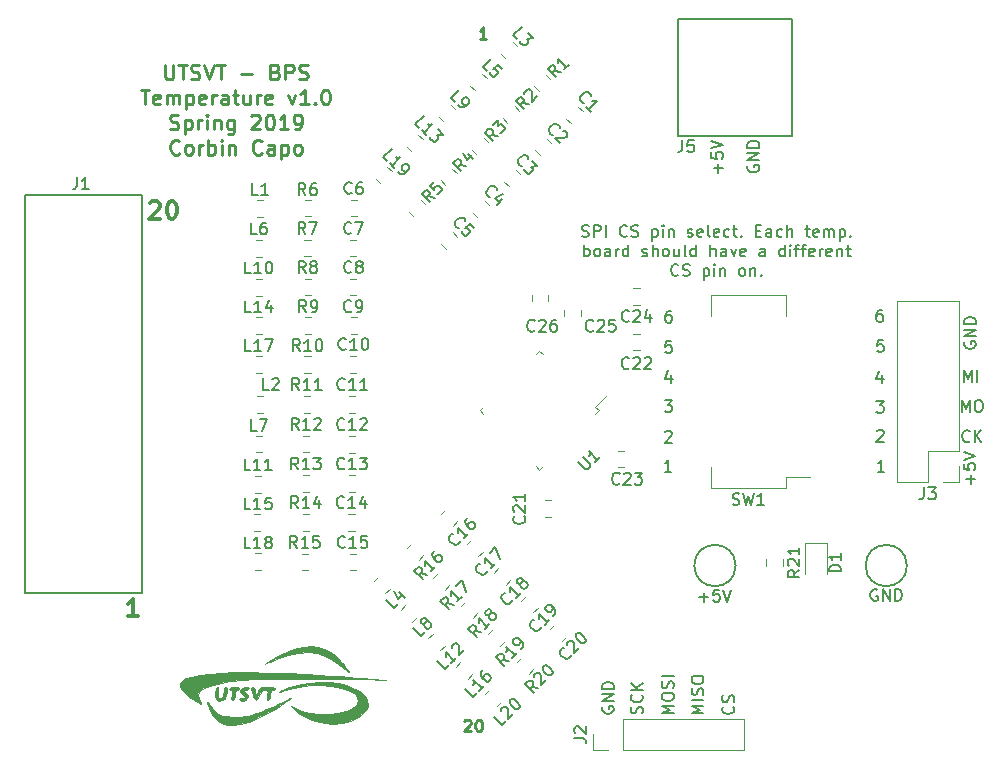
<source format=gbr>
%TF.GenerationSoftware,KiCad,Pcbnew,(5.0.0)*%
%TF.CreationDate,2019-02-15T19:53:55-06:00*%
%TF.ProjectId,BPSTemperature,42505354656D70657261747572652E6B,rev?*%
%TF.SameCoordinates,Original*%
%TF.FileFunction,Legend,Top*%
%TF.FilePolarity,Positive*%
%FSLAX46Y46*%
G04 Gerber Fmt 4.6, Leading zero omitted, Abs format (unit mm)*
G04 Created by KiCad (PCBNEW (5.0.0)) date 02/15/19 19:53:55*
%MOMM*%
%LPD*%
G01*
G04 APERTURE LIST*
%ADD10C,0.150000*%
%ADD11C,0.250000*%
%ADD12C,0.248000*%
%ADD13C,0.300000*%
%ADD14C,0.120000*%
%ADD15C,0.010000*%
G04 APERTURE END LIST*
D10*
X125838095Y-118450000D02*
X125742857Y-118402380D01*
X125600000Y-118402380D01*
X125457142Y-118450000D01*
X125361904Y-118545238D01*
X125314285Y-118640476D01*
X125266666Y-118830952D01*
X125266666Y-118973809D01*
X125314285Y-119164285D01*
X125361904Y-119259523D01*
X125457142Y-119354761D01*
X125600000Y-119402380D01*
X125695238Y-119402380D01*
X125838095Y-119354761D01*
X125885714Y-119307142D01*
X125885714Y-118973809D01*
X125695238Y-118973809D01*
X126314285Y-119402380D02*
X126314285Y-118402380D01*
X126885714Y-119402380D01*
X126885714Y-118402380D01*
X127361904Y-119402380D02*
X127361904Y-118402380D01*
X127600000Y-118402380D01*
X127742857Y-118450000D01*
X127838095Y-118545238D01*
X127885714Y-118640476D01*
X127933333Y-118830952D01*
X127933333Y-118973809D01*
X127885714Y-119164285D01*
X127838095Y-119259523D01*
X127742857Y-119354761D01*
X127600000Y-119402380D01*
X127361904Y-119402380D01*
X110764285Y-119071428D02*
X111526190Y-119071428D01*
X111145238Y-119452380D02*
X111145238Y-118690476D01*
X112478571Y-118452380D02*
X112002380Y-118452380D01*
X111954761Y-118928571D01*
X112002380Y-118880952D01*
X112097619Y-118833333D01*
X112335714Y-118833333D01*
X112430952Y-118880952D01*
X112478571Y-118928571D01*
X112526190Y-119023809D01*
X112526190Y-119261904D01*
X112478571Y-119357142D01*
X112430952Y-119404761D01*
X112335714Y-119452380D01*
X112097619Y-119452380D01*
X112002380Y-119404761D01*
X111954761Y-119357142D01*
X112811904Y-118452380D02*
X113145238Y-119452380D01*
X113478571Y-118452380D01*
X133250000Y-97461904D02*
X133202380Y-97557142D01*
X133202380Y-97700000D01*
X133250000Y-97842857D01*
X133345238Y-97938095D01*
X133440476Y-97985714D01*
X133630952Y-98033333D01*
X133773809Y-98033333D01*
X133964285Y-97985714D01*
X134059523Y-97938095D01*
X134154761Y-97842857D01*
X134202380Y-97700000D01*
X134202380Y-97604761D01*
X134154761Y-97461904D01*
X134107142Y-97414285D01*
X133773809Y-97414285D01*
X133773809Y-97604761D01*
X134202380Y-96985714D02*
X133202380Y-96985714D01*
X134202380Y-96414285D01*
X133202380Y-96414285D01*
X134202380Y-95938095D02*
X133202380Y-95938095D01*
X133202380Y-95700000D01*
X133250000Y-95557142D01*
X133345238Y-95461904D01*
X133440476Y-95414285D01*
X133630952Y-95366666D01*
X133773809Y-95366666D01*
X133964285Y-95414285D01*
X134059523Y-95461904D01*
X134154761Y-95557142D01*
X134202380Y-95700000D01*
X134202380Y-95938095D01*
X133178571Y-100852380D02*
X133178571Y-99852380D01*
X133511904Y-100566666D01*
X133845238Y-99852380D01*
X133845238Y-100852380D01*
X134321428Y-100852380D02*
X134321428Y-99852380D01*
X132992857Y-103402380D02*
X132992857Y-102402380D01*
X133326190Y-103116666D01*
X133659523Y-102402380D01*
X133659523Y-103402380D01*
X134326190Y-102402380D02*
X134516666Y-102402380D01*
X134611904Y-102450000D01*
X134707142Y-102545238D01*
X134754761Y-102735714D01*
X134754761Y-103069047D01*
X134707142Y-103259523D01*
X134611904Y-103354761D01*
X134516666Y-103402380D01*
X134326190Y-103402380D01*
X134230952Y-103354761D01*
X134135714Y-103259523D01*
X134088095Y-103069047D01*
X134088095Y-102735714D01*
X134135714Y-102545238D01*
X134230952Y-102450000D01*
X134326190Y-102402380D01*
X133659523Y-105857142D02*
X133611904Y-105904761D01*
X133469047Y-105952380D01*
X133373809Y-105952380D01*
X133230952Y-105904761D01*
X133135714Y-105809523D01*
X133088095Y-105714285D01*
X133040476Y-105523809D01*
X133040476Y-105380952D01*
X133088095Y-105190476D01*
X133135714Y-105095238D01*
X133230952Y-105000000D01*
X133373809Y-104952380D01*
X133469047Y-104952380D01*
X133611904Y-105000000D01*
X133659523Y-105047619D01*
X134088095Y-105952380D02*
X134088095Y-104952380D01*
X134659523Y-105952380D02*
X134230952Y-105380952D01*
X134659523Y-104952380D02*
X134088095Y-105523809D01*
X133771428Y-109485714D02*
X133771428Y-108723809D01*
X134152380Y-109104761D02*
X133390476Y-109104761D01*
X133152380Y-107771428D02*
X133152380Y-108247619D01*
X133628571Y-108295238D01*
X133580952Y-108247619D01*
X133533333Y-108152380D01*
X133533333Y-107914285D01*
X133580952Y-107819047D01*
X133628571Y-107771428D01*
X133723809Y-107723809D01*
X133961904Y-107723809D01*
X134057142Y-107771428D01*
X134104761Y-107819047D01*
X134152380Y-107914285D01*
X134152380Y-108152380D01*
X134104761Y-108247619D01*
X134057142Y-108295238D01*
X133152380Y-107438095D02*
X134152380Y-107104761D01*
X133152380Y-106771428D01*
X126240476Y-100285714D02*
X126240476Y-100952380D01*
X126002380Y-99904761D02*
X125764285Y-100619047D01*
X126383333Y-100619047D01*
X126435714Y-108452380D02*
X125864285Y-108452380D01*
X126150000Y-108452380D02*
X126150000Y-107452380D01*
X126054761Y-107595238D01*
X125959523Y-107690476D01*
X125864285Y-107738095D01*
X125766666Y-102452380D02*
X126385714Y-102452380D01*
X126052380Y-102833333D01*
X126195238Y-102833333D01*
X126290476Y-102880952D01*
X126338095Y-102928571D01*
X126385714Y-103023809D01*
X126385714Y-103261904D01*
X126338095Y-103357142D01*
X126290476Y-103404761D01*
X126195238Y-103452380D01*
X125909523Y-103452380D01*
X125814285Y-103404761D01*
X125766666Y-103357142D01*
X126240476Y-94752380D02*
X126050000Y-94752380D01*
X125954761Y-94800000D01*
X125907142Y-94847619D01*
X125811904Y-94990476D01*
X125764285Y-95180952D01*
X125764285Y-95561904D01*
X125811904Y-95657142D01*
X125859523Y-95704761D01*
X125954761Y-95752380D01*
X126145238Y-95752380D01*
X126240476Y-95704761D01*
X126288095Y-95657142D01*
X126335714Y-95561904D01*
X126335714Y-95323809D01*
X126288095Y-95228571D01*
X126240476Y-95180952D01*
X126145238Y-95133333D01*
X125954761Y-95133333D01*
X125859523Y-95180952D01*
X125811904Y-95228571D01*
X125764285Y-95323809D01*
X125814285Y-104997619D02*
X125861904Y-104950000D01*
X125957142Y-104902380D01*
X126195238Y-104902380D01*
X126290476Y-104950000D01*
X126338095Y-104997619D01*
X126385714Y-105092857D01*
X126385714Y-105188095D01*
X126338095Y-105330952D01*
X125766666Y-105902380D01*
X126385714Y-105902380D01*
X126338095Y-97302380D02*
X125861904Y-97302380D01*
X125814285Y-97778571D01*
X125861904Y-97730952D01*
X125957142Y-97683333D01*
X126195238Y-97683333D01*
X126290476Y-97730952D01*
X126338095Y-97778571D01*
X126385714Y-97873809D01*
X126385714Y-98111904D01*
X126338095Y-98207142D01*
X126290476Y-98254761D01*
X126195238Y-98302380D01*
X125957142Y-98302380D01*
X125861904Y-98254761D01*
X125814285Y-98207142D01*
X114900000Y-82536904D02*
X114852380Y-82632142D01*
X114852380Y-82775000D01*
X114900000Y-82917857D01*
X114995238Y-83013095D01*
X115090476Y-83060714D01*
X115280952Y-83108333D01*
X115423809Y-83108333D01*
X115614285Y-83060714D01*
X115709523Y-83013095D01*
X115804761Y-82917857D01*
X115852380Y-82775000D01*
X115852380Y-82679761D01*
X115804761Y-82536904D01*
X115757142Y-82489285D01*
X115423809Y-82489285D01*
X115423809Y-82679761D01*
X115852380Y-82060714D02*
X114852380Y-82060714D01*
X115852380Y-81489285D01*
X114852380Y-81489285D01*
X115852380Y-81013095D02*
X114852380Y-81013095D01*
X114852380Y-80775000D01*
X114900000Y-80632142D01*
X114995238Y-80536904D01*
X115090476Y-80489285D01*
X115280952Y-80441666D01*
X115423809Y-80441666D01*
X115614285Y-80489285D01*
X115709523Y-80536904D01*
X115804761Y-80632142D01*
X115852380Y-80775000D01*
X115852380Y-81013095D01*
X112396428Y-83135714D02*
X112396428Y-82373809D01*
X112777380Y-82754761D02*
X112015476Y-82754761D01*
X111777380Y-81421428D02*
X111777380Y-81897619D01*
X112253571Y-81945238D01*
X112205952Y-81897619D01*
X112158333Y-81802380D01*
X112158333Y-81564285D01*
X112205952Y-81469047D01*
X112253571Y-81421428D01*
X112348809Y-81373809D01*
X112586904Y-81373809D01*
X112682142Y-81421428D01*
X112729761Y-81469047D01*
X112777380Y-81564285D01*
X112777380Y-81802380D01*
X112729761Y-81897619D01*
X112682142Y-81945238D01*
X111777380Y-81088095D02*
X112777380Y-80754761D01*
X111777380Y-80421428D01*
X113632142Y-128341666D02*
X113679761Y-128389285D01*
X113727380Y-128532142D01*
X113727380Y-128627380D01*
X113679761Y-128770238D01*
X113584523Y-128865476D01*
X113489285Y-128913095D01*
X113298809Y-128960714D01*
X113155952Y-128960714D01*
X112965476Y-128913095D01*
X112870238Y-128865476D01*
X112775000Y-128770238D01*
X112727380Y-128627380D01*
X112727380Y-128532142D01*
X112775000Y-128389285D01*
X112822619Y-128341666D01*
X113679761Y-127960714D02*
X113727380Y-127817857D01*
X113727380Y-127579761D01*
X113679761Y-127484523D01*
X113632142Y-127436904D01*
X113536904Y-127389285D01*
X113441666Y-127389285D01*
X113346428Y-127436904D01*
X113298809Y-127484523D01*
X113251190Y-127579761D01*
X113203571Y-127770238D01*
X113155952Y-127865476D01*
X113108333Y-127913095D01*
X113013095Y-127960714D01*
X112917857Y-127960714D01*
X112822619Y-127913095D01*
X112775000Y-127865476D01*
X112727380Y-127770238D01*
X112727380Y-127532142D01*
X112775000Y-127389285D01*
X111127380Y-128921428D02*
X110127380Y-128921428D01*
X110841666Y-128588095D01*
X110127380Y-128254761D01*
X111127380Y-128254761D01*
X111127380Y-127778571D02*
X110127380Y-127778571D01*
X111079761Y-127350000D02*
X111127380Y-127207142D01*
X111127380Y-126969047D01*
X111079761Y-126873809D01*
X111032142Y-126826190D01*
X110936904Y-126778571D01*
X110841666Y-126778571D01*
X110746428Y-126826190D01*
X110698809Y-126873809D01*
X110651190Y-126969047D01*
X110603571Y-127159523D01*
X110555952Y-127254761D01*
X110508333Y-127302380D01*
X110413095Y-127350000D01*
X110317857Y-127350000D01*
X110222619Y-127302380D01*
X110175000Y-127254761D01*
X110127380Y-127159523D01*
X110127380Y-126921428D01*
X110175000Y-126778571D01*
X110127380Y-126159523D02*
X110127380Y-125969047D01*
X110175000Y-125873809D01*
X110270238Y-125778571D01*
X110460714Y-125730952D01*
X110794047Y-125730952D01*
X110984523Y-125778571D01*
X111079761Y-125873809D01*
X111127380Y-125969047D01*
X111127380Y-126159523D01*
X111079761Y-126254761D01*
X110984523Y-126350000D01*
X110794047Y-126397619D01*
X110460714Y-126397619D01*
X110270238Y-126350000D01*
X110175000Y-126254761D01*
X110127380Y-126159523D01*
X108602380Y-128921428D02*
X107602380Y-128921428D01*
X108316666Y-128588095D01*
X107602380Y-128254761D01*
X108602380Y-128254761D01*
X107602380Y-127588095D02*
X107602380Y-127397619D01*
X107650000Y-127302380D01*
X107745238Y-127207142D01*
X107935714Y-127159523D01*
X108269047Y-127159523D01*
X108459523Y-127207142D01*
X108554761Y-127302380D01*
X108602380Y-127397619D01*
X108602380Y-127588095D01*
X108554761Y-127683333D01*
X108459523Y-127778571D01*
X108269047Y-127826190D01*
X107935714Y-127826190D01*
X107745238Y-127778571D01*
X107650000Y-127683333D01*
X107602380Y-127588095D01*
X108554761Y-126778571D02*
X108602380Y-126635714D01*
X108602380Y-126397619D01*
X108554761Y-126302380D01*
X108507142Y-126254761D01*
X108411904Y-126207142D01*
X108316666Y-126207142D01*
X108221428Y-126254761D01*
X108173809Y-126302380D01*
X108126190Y-126397619D01*
X108078571Y-126588095D01*
X108030952Y-126683333D01*
X107983333Y-126730952D01*
X107888095Y-126778571D01*
X107792857Y-126778571D01*
X107697619Y-126730952D01*
X107650000Y-126683333D01*
X107602380Y-126588095D01*
X107602380Y-126350000D01*
X107650000Y-126207142D01*
X108602380Y-125778571D02*
X107602380Y-125778571D01*
X105929761Y-128910714D02*
X105977380Y-128767857D01*
X105977380Y-128529761D01*
X105929761Y-128434523D01*
X105882142Y-128386904D01*
X105786904Y-128339285D01*
X105691666Y-128339285D01*
X105596428Y-128386904D01*
X105548809Y-128434523D01*
X105501190Y-128529761D01*
X105453571Y-128720238D01*
X105405952Y-128815476D01*
X105358333Y-128863095D01*
X105263095Y-128910714D01*
X105167857Y-128910714D01*
X105072619Y-128863095D01*
X105025000Y-128815476D01*
X104977380Y-128720238D01*
X104977380Y-128482142D01*
X105025000Y-128339285D01*
X105882142Y-127339285D02*
X105929761Y-127386904D01*
X105977380Y-127529761D01*
X105977380Y-127625000D01*
X105929761Y-127767857D01*
X105834523Y-127863095D01*
X105739285Y-127910714D01*
X105548809Y-127958333D01*
X105405952Y-127958333D01*
X105215476Y-127910714D01*
X105120238Y-127863095D01*
X105025000Y-127767857D01*
X104977380Y-127625000D01*
X104977380Y-127529761D01*
X105025000Y-127386904D01*
X105072619Y-127339285D01*
X105977380Y-126910714D02*
X104977380Y-126910714D01*
X105977380Y-126339285D02*
X105405952Y-126767857D01*
X104977380Y-126339285D02*
X105548809Y-126910714D01*
X102600000Y-128361904D02*
X102552380Y-128457142D01*
X102552380Y-128600000D01*
X102600000Y-128742857D01*
X102695238Y-128838095D01*
X102790476Y-128885714D01*
X102980952Y-128933333D01*
X103123809Y-128933333D01*
X103314285Y-128885714D01*
X103409523Y-128838095D01*
X103504761Y-128742857D01*
X103552380Y-128600000D01*
X103552380Y-128504761D01*
X103504761Y-128361904D01*
X103457142Y-128314285D01*
X103123809Y-128314285D01*
X103123809Y-128504761D01*
X103552380Y-127885714D02*
X102552380Y-127885714D01*
X103552380Y-127314285D01*
X102552380Y-127314285D01*
X103552380Y-126838095D02*
X102552380Y-126838095D01*
X102552380Y-126600000D01*
X102600000Y-126457142D01*
X102695238Y-126361904D01*
X102790476Y-126314285D01*
X102980952Y-126266666D01*
X103123809Y-126266666D01*
X103314285Y-126314285D01*
X103409523Y-126361904D01*
X103504761Y-126457142D01*
X103552380Y-126600000D01*
X103552380Y-126838095D01*
X108370476Y-94822380D02*
X108180000Y-94822380D01*
X108084761Y-94870000D01*
X108037142Y-94917619D01*
X107941904Y-95060476D01*
X107894285Y-95250952D01*
X107894285Y-95631904D01*
X107941904Y-95727142D01*
X107989523Y-95774761D01*
X108084761Y-95822380D01*
X108275238Y-95822380D01*
X108370476Y-95774761D01*
X108418095Y-95727142D01*
X108465714Y-95631904D01*
X108465714Y-95393809D01*
X108418095Y-95298571D01*
X108370476Y-95250952D01*
X108275238Y-95203333D01*
X108084761Y-95203333D01*
X107989523Y-95250952D01*
X107941904Y-95298571D01*
X107894285Y-95393809D01*
X108418095Y-97382380D02*
X107941904Y-97382380D01*
X107894285Y-97858571D01*
X107941904Y-97810952D01*
X108037142Y-97763333D01*
X108275238Y-97763333D01*
X108370476Y-97810952D01*
X108418095Y-97858571D01*
X108465714Y-97953809D01*
X108465714Y-98191904D01*
X108418095Y-98287142D01*
X108370476Y-98334761D01*
X108275238Y-98382380D01*
X108037142Y-98382380D01*
X107941904Y-98334761D01*
X107894285Y-98287142D01*
X108370476Y-100255714D02*
X108370476Y-100922380D01*
X108132380Y-99874761D02*
X107894285Y-100589047D01*
X108513333Y-100589047D01*
X107846666Y-102392380D02*
X108465714Y-102392380D01*
X108132380Y-102773333D01*
X108275238Y-102773333D01*
X108370476Y-102820952D01*
X108418095Y-102868571D01*
X108465714Y-102963809D01*
X108465714Y-103201904D01*
X108418095Y-103297142D01*
X108370476Y-103344761D01*
X108275238Y-103392380D01*
X107989523Y-103392380D01*
X107894285Y-103344761D01*
X107846666Y-103297142D01*
X107894285Y-105087619D02*
X107941904Y-105040000D01*
X108037142Y-104992380D01*
X108275238Y-104992380D01*
X108370476Y-105040000D01*
X108418095Y-105087619D01*
X108465714Y-105182857D01*
X108465714Y-105278095D01*
X108418095Y-105420952D01*
X107846666Y-105992380D01*
X108465714Y-105992380D01*
X108415714Y-108442380D02*
X107844285Y-108442380D01*
X108130000Y-108442380D02*
X108130000Y-107442380D01*
X108034761Y-107585238D01*
X107939523Y-107680476D01*
X107844285Y-107728095D01*
X100839047Y-88534761D02*
X100981904Y-88582380D01*
X101220000Y-88582380D01*
X101315238Y-88534761D01*
X101362857Y-88487142D01*
X101410476Y-88391904D01*
X101410476Y-88296666D01*
X101362857Y-88201428D01*
X101315238Y-88153809D01*
X101220000Y-88106190D01*
X101029523Y-88058571D01*
X100934285Y-88010952D01*
X100886666Y-87963333D01*
X100839047Y-87868095D01*
X100839047Y-87772857D01*
X100886666Y-87677619D01*
X100934285Y-87630000D01*
X101029523Y-87582380D01*
X101267619Y-87582380D01*
X101410476Y-87630000D01*
X101839047Y-88582380D02*
X101839047Y-87582380D01*
X102220000Y-87582380D01*
X102315238Y-87630000D01*
X102362857Y-87677619D01*
X102410476Y-87772857D01*
X102410476Y-87915714D01*
X102362857Y-88010952D01*
X102315238Y-88058571D01*
X102220000Y-88106190D01*
X101839047Y-88106190D01*
X102839047Y-88582380D02*
X102839047Y-87582380D01*
X104648571Y-88487142D02*
X104600952Y-88534761D01*
X104458095Y-88582380D01*
X104362857Y-88582380D01*
X104220000Y-88534761D01*
X104124761Y-88439523D01*
X104077142Y-88344285D01*
X104029523Y-88153809D01*
X104029523Y-88010952D01*
X104077142Y-87820476D01*
X104124761Y-87725238D01*
X104220000Y-87630000D01*
X104362857Y-87582380D01*
X104458095Y-87582380D01*
X104600952Y-87630000D01*
X104648571Y-87677619D01*
X105029523Y-88534761D02*
X105172380Y-88582380D01*
X105410476Y-88582380D01*
X105505714Y-88534761D01*
X105553333Y-88487142D01*
X105600952Y-88391904D01*
X105600952Y-88296666D01*
X105553333Y-88201428D01*
X105505714Y-88153809D01*
X105410476Y-88106190D01*
X105220000Y-88058571D01*
X105124761Y-88010952D01*
X105077142Y-87963333D01*
X105029523Y-87868095D01*
X105029523Y-87772857D01*
X105077142Y-87677619D01*
X105124761Y-87630000D01*
X105220000Y-87582380D01*
X105458095Y-87582380D01*
X105600952Y-87630000D01*
X106791428Y-87915714D02*
X106791428Y-88915714D01*
X106791428Y-87963333D02*
X106886666Y-87915714D01*
X107077142Y-87915714D01*
X107172380Y-87963333D01*
X107220000Y-88010952D01*
X107267619Y-88106190D01*
X107267619Y-88391904D01*
X107220000Y-88487142D01*
X107172380Y-88534761D01*
X107077142Y-88582380D01*
X106886666Y-88582380D01*
X106791428Y-88534761D01*
X107696190Y-88582380D02*
X107696190Y-87915714D01*
X107696190Y-87582380D02*
X107648571Y-87630000D01*
X107696190Y-87677619D01*
X107743809Y-87630000D01*
X107696190Y-87582380D01*
X107696190Y-87677619D01*
X108172380Y-87915714D02*
X108172380Y-88582380D01*
X108172380Y-88010952D02*
X108220000Y-87963333D01*
X108315238Y-87915714D01*
X108458095Y-87915714D01*
X108553333Y-87963333D01*
X108600952Y-88058571D01*
X108600952Y-88582380D01*
X109791428Y-88534761D02*
X109886666Y-88582380D01*
X110077142Y-88582380D01*
X110172380Y-88534761D01*
X110220000Y-88439523D01*
X110220000Y-88391904D01*
X110172380Y-88296666D01*
X110077142Y-88249047D01*
X109934285Y-88249047D01*
X109839047Y-88201428D01*
X109791428Y-88106190D01*
X109791428Y-88058571D01*
X109839047Y-87963333D01*
X109934285Y-87915714D01*
X110077142Y-87915714D01*
X110172380Y-87963333D01*
X111029523Y-88534761D02*
X110934285Y-88582380D01*
X110743809Y-88582380D01*
X110648571Y-88534761D01*
X110600952Y-88439523D01*
X110600952Y-88058571D01*
X110648571Y-87963333D01*
X110743809Y-87915714D01*
X110934285Y-87915714D01*
X111029523Y-87963333D01*
X111077142Y-88058571D01*
X111077142Y-88153809D01*
X110600952Y-88249047D01*
X111648571Y-88582380D02*
X111553333Y-88534761D01*
X111505714Y-88439523D01*
X111505714Y-87582380D01*
X112410476Y-88534761D02*
X112315238Y-88582380D01*
X112124761Y-88582380D01*
X112029523Y-88534761D01*
X111981904Y-88439523D01*
X111981904Y-88058571D01*
X112029523Y-87963333D01*
X112124761Y-87915714D01*
X112315238Y-87915714D01*
X112410476Y-87963333D01*
X112458095Y-88058571D01*
X112458095Y-88153809D01*
X111981904Y-88249047D01*
X113315238Y-88534761D02*
X113220000Y-88582380D01*
X113029523Y-88582380D01*
X112934285Y-88534761D01*
X112886666Y-88487142D01*
X112839047Y-88391904D01*
X112839047Y-88106190D01*
X112886666Y-88010952D01*
X112934285Y-87963333D01*
X113029523Y-87915714D01*
X113220000Y-87915714D01*
X113315238Y-87963333D01*
X113600952Y-87915714D02*
X113981904Y-87915714D01*
X113743809Y-87582380D02*
X113743809Y-88439523D01*
X113791428Y-88534761D01*
X113886666Y-88582380D01*
X113981904Y-88582380D01*
X114315238Y-88487142D02*
X114362857Y-88534761D01*
X114315238Y-88582380D01*
X114267619Y-88534761D01*
X114315238Y-88487142D01*
X114315238Y-88582380D01*
X115553333Y-88058571D02*
X115886666Y-88058571D01*
X116029523Y-88582380D02*
X115553333Y-88582380D01*
X115553333Y-87582380D01*
X116029523Y-87582380D01*
X116886666Y-88582380D02*
X116886666Y-88058571D01*
X116839047Y-87963333D01*
X116743809Y-87915714D01*
X116553333Y-87915714D01*
X116458095Y-87963333D01*
X116886666Y-88534761D02*
X116791428Y-88582380D01*
X116553333Y-88582380D01*
X116458095Y-88534761D01*
X116410476Y-88439523D01*
X116410476Y-88344285D01*
X116458095Y-88249047D01*
X116553333Y-88201428D01*
X116791428Y-88201428D01*
X116886666Y-88153809D01*
X117791428Y-88534761D02*
X117696190Y-88582380D01*
X117505714Y-88582380D01*
X117410476Y-88534761D01*
X117362857Y-88487142D01*
X117315238Y-88391904D01*
X117315238Y-88106190D01*
X117362857Y-88010952D01*
X117410476Y-87963333D01*
X117505714Y-87915714D01*
X117696190Y-87915714D01*
X117791428Y-87963333D01*
X118220000Y-88582380D02*
X118220000Y-87582380D01*
X118648571Y-88582380D02*
X118648571Y-88058571D01*
X118600952Y-87963333D01*
X118505714Y-87915714D01*
X118362857Y-87915714D01*
X118267619Y-87963333D01*
X118220000Y-88010952D01*
X119743809Y-87915714D02*
X120124761Y-87915714D01*
X119886666Y-87582380D02*
X119886666Y-88439523D01*
X119934285Y-88534761D01*
X120029523Y-88582380D01*
X120124761Y-88582380D01*
X120839047Y-88534761D02*
X120743809Y-88582380D01*
X120553333Y-88582380D01*
X120458095Y-88534761D01*
X120410476Y-88439523D01*
X120410476Y-88058571D01*
X120458095Y-87963333D01*
X120553333Y-87915714D01*
X120743809Y-87915714D01*
X120839047Y-87963333D01*
X120886666Y-88058571D01*
X120886666Y-88153809D01*
X120410476Y-88249047D01*
X121315238Y-88582380D02*
X121315238Y-87915714D01*
X121315238Y-88010952D02*
X121362857Y-87963333D01*
X121458095Y-87915714D01*
X121600952Y-87915714D01*
X121696190Y-87963333D01*
X121743809Y-88058571D01*
X121743809Y-88582380D01*
X121743809Y-88058571D02*
X121791428Y-87963333D01*
X121886666Y-87915714D01*
X122029523Y-87915714D01*
X122124761Y-87963333D01*
X122172380Y-88058571D01*
X122172380Y-88582380D01*
X122648571Y-87915714D02*
X122648571Y-88915714D01*
X122648571Y-87963333D02*
X122743809Y-87915714D01*
X122934285Y-87915714D01*
X123029523Y-87963333D01*
X123077142Y-88010952D01*
X123124761Y-88106190D01*
X123124761Y-88391904D01*
X123077142Y-88487142D01*
X123029523Y-88534761D01*
X122934285Y-88582380D01*
X122743809Y-88582380D01*
X122648571Y-88534761D01*
X123553333Y-88487142D02*
X123600952Y-88534761D01*
X123553333Y-88582380D01*
X123505714Y-88534761D01*
X123553333Y-88487142D01*
X123553333Y-88582380D01*
X101005714Y-90232380D02*
X101005714Y-89232380D01*
X101005714Y-89613333D02*
X101100952Y-89565714D01*
X101291428Y-89565714D01*
X101386666Y-89613333D01*
X101434285Y-89660952D01*
X101481904Y-89756190D01*
X101481904Y-90041904D01*
X101434285Y-90137142D01*
X101386666Y-90184761D01*
X101291428Y-90232380D01*
X101100952Y-90232380D01*
X101005714Y-90184761D01*
X102053333Y-90232380D02*
X101958095Y-90184761D01*
X101910476Y-90137142D01*
X101862857Y-90041904D01*
X101862857Y-89756190D01*
X101910476Y-89660952D01*
X101958095Y-89613333D01*
X102053333Y-89565714D01*
X102196190Y-89565714D01*
X102291428Y-89613333D01*
X102339047Y-89660952D01*
X102386666Y-89756190D01*
X102386666Y-90041904D01*
X102339047Y-90137142D01*
X102291428Y-90184761D01*
X102196190Y-90232380D01*
X102053333Y-90232380D01*
X103243809Y-90232380D02*
X103243809Y-89708571D01*
X103196190Y-89613333D01*
X103100952Y-89565714D01*
X102910476Y-89565714D01*
X102815238Y-89613333D01*
X103243809Y-90184761D02*
X103148571Y-90232380D01*
X102910476Y-90232380D01*
X102815238Y-90184761D01*
X102767619Y-90089523D01*
X102767619Y-89994285D01*
X102815238Y-89899047D01*
X102910476Y-89851428D01*
X103148571Y-89851428D01*
X103243809Y-89803809D01*
X103720000Y-90232380D02*
X103720000Y-89565714D01*
X103720000Y-89756190D02*
X103767619Y-89660952D01*
X103815238Y-89613333D01*
X103910476Y-89565714D01*
X104005714Y-89565714D01*
X104767619Y-90232380D02*
X104767619Y-89232380D01*
X104767619Y-90184761D02*
X104672380Y-90232380D01*
X104481904Y-90232380D01*
X104386666Y-90184761D01*
X104339047Y-90137142D01*
X104291428Y-90041904D01*
X104291428Y-89756190D01*
X104339047Y-89660952D01*
X104386666Y-89613333D01*
X104481904Y-89565714D01*
X104672380Y-89565714D01*
X104767619Y-89613333D01*
X105958095Y-90184761D02*
X106053333Y-90232380D01*
X106243809Y-90232380D01*
X106339047Y-90184761D01*
X106386666Y-90089523D01*
X106386666Y-90041904D01*
X106339047Y-89946666D01*
X106243809Y-89899047D01*
X106100952Y-89899047D01*
X106005714Y-89851428D01*
X105958095Y-89756190D01*
X105958095Y-89708571D01*
X106005714Y-89613333D01*
X106100952Y-89565714D01*
X106243809Y-89565714D01*
X106339047Y-89613333D01*
X106815238Y-90232380D02*
X106815238Y-89232380D01*
X107243809Y-90232380D02*
X107243809Y-89708571D01*
X107196190Y-89613333D01*
X107100952Y-89565714D01*
X106958095Y-89565714D01*
X106862857Y-89613333D01*
X106815238Y-89660952D01*
X107862857Y-90232380D02*
X107767619Y-90184761D01*
X107720000Y-90137142D01*
X107672380Y-90041904D01*
X107672380Y-89756190D01*
X107720000Y-89660952D01*
X107767619Y-89613333D01*
X107862857Y-89565714D01*
X108005714Y-89565714D01*
X108100952Y-89613333D01*
X108148571Y-89660952D01*
X108196190Y-89756190D01*
X108196190Y-90041904D01*
X108148571Y-90137142D01*
X108100952Y-90184761D01*
X108005714Y-90232380D01*
X107862857Y-90232380D01*
X109053333Y-89565714D02*
X109053333Y-90232380D01*
X108624761Y-89565714D02*
X108624761Y-90089523D01*
X108672380Y-90184761D01*
X108767619Y-90232380D01*
X108910476Y-90232380D01*
X109005714Y-90184761D01*
X109053333Y-90137142D01*
X109672380Y-90232380D02*
X109577142Y-90184761D01*
X109529523Y-90089523D01*
X109529523Y-89232380D01*
X110481904Y-90232380D02*
X110481904Y-89232380D01*
X110481904Y-90184761D02*
X110386666Y-90232380D01*
X110196190Y-90232380D01*
X110100952Y-90184761D01*
X110053333Y-90137142D01*
X110005714Y-90041904D01*
X110005714Y-89756190D01*
X110053333Y-89660952D01*
X110100952Y-89613333D01*
X110196190Y-89565714D01*
X110386666Y-89565714D01*
X110481904Y-89613333D01*
X111720000Y-90232380D02*
X111720000Y-89232380D01*
X112148571Y-90232380D02*
X112148571Y-89708571D01*
X112100952Y-89613333D01*
X112005714Y-89565714D01*
X111862857Y-89565714D01*
X111767619Y-89613333D01*
X111720000Y-89660952D01*
X113053333Y-90232380D02*
X113053333Y-89708571D01*
X113005714Y-89613333D01*
X112910476Y-89565714D01*
X112720000Y-89565714D01*
X112624761Y-89613333D01*
X113053333Y-90184761D02*
X112958095Y-90232380D01*
X112720000Y-90232380D01*
X112624761Y-90184761D01*
X112577142Y-90089523D01*
X112577142Y-89994285D01*
X112624761Y-89899047D01*
X112720000Y-89851428D01*
X112958095Y-89851428D01*
X113053333Y-89803809D01*
X113434285Y-89565714D02*
X113672380Y-90232380D01*
X113910476Y-89565714D01*
X114672380Y-90184761D02*
X114577142Y-90232380D01*
X114386666Y-90232380D01*
X114291428Y-90184761D01*
X114243809Y-90089523D01*
X114243809Y-89708571D01*
X114291428Y-89613333D01*
X114386666Y-89565714D01*
X114577142Y-89565714D01*
X114672380Y-89613333D01*
X114720000Y-89708571D01*
X114720000Y-89803809D01*
X114243809Y-89899047D01*
X116339047Y-90232380D02*
X116339047Y-89708571D01*
X116291428Y-89613333D01*
X116196190Y-89565714D01*
X116005714Y-89565714D01*
X115910476Y-89613333D01*
X116339047Y-90184761D02*
X116243809Y-90232380D01*
X116005714Y-90232380D01*
X115910476Y-90184761D01*
X115862857Y-90089523D01*
X115862857Y-89994285D01*
X115910476Y-89899047D01*
X116005714Y-89851428D01*
X116243809Y-89851428D01*
X116339047Y-89803809D01*
X118005714Y-90232380D02*
X118005714Y-89232380D01*
X118005714Y-90184761D02*
X117910476Y-90232380D01*
X117720000Y-90232380D01*
X117624761Y-90184761D01*
X117577142Y-90137142D01*
X117529523Y-90041904D01*
X117529523Y-89756190D01*
X117577142Y-89660952D01*
X117624761Y-89613333D01*
X117720000Y-89565714D01*
X117910476Y-89565714D01*
X118005714Y-89613333D01*
X118481904Y-90232380D02*
X118481904Y-89565714D01*
X118481904Y-89232380D02*
X118434285Y-89280000D01*
X118481904Y-89327619D01*
X118529523Y-89280000D01*
X118481904Y-89232380D01*
X118481904Y-89327619D01*
X118815238Y-89565714D02*
X119196190Y-89565714D01*
X118958095Y-90232380D02*
X118958095Y-89375238D01*
X119005714Y-89280000D01*
X119100952Y-89232380D01*
X119196190Y-89232380D01*
X119386666Y-89565714D02*
X119767619Y-89565714D01*
X119529523Y-90232380D02*
X119529523Y-89375238D01*
X119577142Y-89280000D01*
X119672380Y-89232380D01*
X119767619Y-89232380D01*
X120481904Y-90184761D02*
X120386666Y-90232380D01*
X120196190Y-90232380D01*
X120100952Y-90184761D01*
X120053333Y-90089523D01*
X120053333Y-89708571D01*
X120100952Y-89613333D01*
X120196190Y-89565714D01*
X120386666Y-89565714D01*
X120481904Y-89613333D01*
X120529523Y-89708571D01*
X120529523Y-89803809D01*
X120053333Y-89899047D01*
X120958095Y-90232380D02*
X120958095Y-89565714D01*
X120958095Y-89756190D02*
X121005714Y-89660952D01*
X121053333Y-89613333D01*
X121148571Y-89565714D01*
X121243809Y-89565714D01*
X121958095Y-90184761D02*
X121862857Y-90232380D01*
X121672380Y-90232380D01*
X121577142Y-90184761D01*
X121529523Y-90089523D01*
X121529523Y-89708571D01*
X121577142Y-89613333D01*
X121672380Y-89565714D01*
X121862857Y-89565714D01*
X121958095Y-89613333D01*
X122005714Y-89708571D01*
X122005714Y-89803809D01*
X121529523Y-89899047D01*
X122434285Y-89565714D02*
X122434285Y-90232380D01*
X122434285Y-89660952D02*
X122481904Y-89613333D01*
X122577142Y-89565714D01*
X122720000Y-89565714D01*
X122815238Y-89613333D01*
X122862857Y-89708571D01*
X122862857Y-90232380D01*
X123196190Y-89565714D02*
X123577142Y-89565714D01*
X123339047Y-89232380D02*
X123339047Y-90089523D01*
X123386666Y-90184761D01*
X123481904Y-90232380D01*
X123577142Y-90232380D01*
X109005714Y-91787142D02*
X108958095Y-91834761D01*
X108815238Y-91882380D01*
X108720000Y-91882380D01*
X108577142Y-91834761D01*
X108481904Y-91739523D01*
X108434285Y-91644285D01*
X108386666Y-91453809D01*
X108386666Y-91310952D01*
X108434285Y-91120476D01*
X108481904Y-91025238D01*
X108577142Y-90930000D01*
X108720000Y-90882380D01*
X108815238Y-90882380D01*
X108958095Y-90930000D01*
X109005714Y-90977619D01*
X109386666Y-91834761D02*
X109529523Y-91882380D01*
X109767619Y-91882380D01*
X109862857Y-91834761D01*
X109910476Y-91787142D01*
X109958095Y-91691904D01*
X109958095Y-91596666D01*
X109910476Y-91501428D01*
X109862857Y-91453809D01*
X109767619Y-91406190D01*
X109577142Y-91358571D01*
X109481904Y-91310952D01*
X109434285Y-91263333D01*
X109386666Y-91168095D01*
X109386666Y-91072857D01*
X109434285Y-90977619D01*
X109481904Y-90930000D01*
X109577142Y-90882380D01*
X109815238Y-90882380D01*
X109958095Y-90930000D01*
X111148571Y-91215714D02*
X111148571Y-92215714D01*
X111148571Y-91263333D02*
X111243809Y-91215714D01*
X111434285Y-91215714D01*
X111529523Y-91263333D01*
X111577142Y-91310952D01*
X111624761Y-91406190D01*
X111624761Y-91691904D01*
X111577142Y-91787142D01*
X111529523Y-91834761D01*
X111434285Y-91882380D01*
X111243809Y-91882380D01*
X111148571Y-91834761D01*
X112053333Y-91882380D02*
X112053333Y-91215714D01*
X112053333Y-90882380D02*
X112005714Y-90930000D01*
X112053333Y-90977619D01*
X112100952Y-90930000D01*
X112053333Y-90882380D01*
X112053333Y-90977619D01*
X112529523Y-91215714D02*
X112529523Y-91882380D01*
X112529523Y-91310952D02*
X112577142Y-91263333D01*
X112672380Y-91215714D01*
X112815238Y-91215714D01*
X112910476Y-91263333D01*
X112958095Y-91358571D01*
X112958095Y-91882380D01*
X114339047Y-91882380D02*
X114243809Y-91834761D01*
X114196190Y-91787142D01*
X114148571Y-91691904D01*
X114148571Y-91406190D01*
X114196190Y-91310952D01*
X114243809Y-91263333D01*
X114339047Y-91215714D01*
X114481904Y-91215714D01*
X114577142Y-91263333D01*
X114624761Y-91310952D01*
X114672380Y-91406190D01*
X114672380Y-91691904D01*
X114624761Y-91787142D01*
X114577142Y-91834761D01*
X114481904Y-91882380D01*
X114339047Y-91882380D01*
X115100952Y-91215714D02*
X115100952Y-91882380D01*
X115100952Y-91310952D02*
X115148571Y-91263333D01*
X115243809Y-91215714D01*
X115386666Y-91215714D01*
X115481904Y-91263333D01*
X115529523Y-91358571D01*
X115529523Y-91882380D01*
X116005714Y-91787142D02*
X116053333Y-91834761D01*
X116005714Y-91882380D01*
X115958095Y-91834761D01*
X116005714Y-91787142D01*
X116005714Y-91882380D01*
D11*
X65538095Y-73977976D02*
X65538095Y-74989880D01*
X65597619Y-75108928D01*
X65657142Y-75168452D01*
X65776190Y-75227976D01*
X66014285Y-75227976D01*
X66133333Y-75168452D01*
X66192857Y-75108928D01*
X66252380Y-74989880D01*
X66252380Y-73977976D01*
X66669047Y-73977976D02*
X67383333Y-73977976D01*
X67026190Y-75227976D02*
X67026190Y-73977976D01*
X67740476Y-75168452D02*
X67919047Y-75227976D01*
X68216666Y-75227976D01*
X68335714Y-75168452D01*
X68395238Y-75108928D01*
X68454761Y-74989880D01*
X68454761Y-74870833D01*
X68395238Y-74751785D01*
X68335714Y-74692261D01*
X68216666Y-74632738D01*
X67978571Y-74573214D01*
X67859523Y-74513690D01*
X67800000Y-74454166D01*
X67740476Y-74335119D01*
X67740476Y-74216071D01*
X67800000Y-74097023D01*
X67859523Y-74037500D01*
X67978571Y-73977976D01*
X68276190Y-73977976D01*
X68454761Y-74037500D01*
X68811904Y-73977976D02*
X69228571Y-75227976D01*
X69645238Y-73977976D01*
X69883333Y-73977976D02*
X70597619Y-73977976D01*
X70240476Y-75227976D02*
X70240476Y-73977976D01*
X71966666Y-74751785D02*
X72919047Y-74751785D01*
X74883333Y-74573214D02*
X75061904Y-74632738D01*
X75121428Y-74692261D01*
X75180952Y-74811309D01*
X75180952Y-74989880D01*
X75121428Y-75108928D01*
X75061904Y-75168452D01*
X74942857Y-75227976D01*
X74466666Y-75227976D01*
X74466666Y-73977976D01*
X74883333Y-73977976D01*
X75002380Y-74037500D01*
X75061904Y-74097023D01*
X75121428Y-74216071D01*
X75121428Y-74335119D01*
X75061904Y-74454166D01*
X75002380Y-74513690D01*
X74883333Y-74573214D01*
X74466666Y-74573214D01*
X75716666Y-75227976D02*
X75716666Y-73977976D01*
X76192857Y-73977976D01*
X76311904Y-74037500D01*
X76371428Y-74097023D01*
X76430952Y-74216071D01*
X76430952Y-74394642D01*
X76371428Y-74513690D01*
X76311904Y-74573214D01*
X76192857Y-74632738D01*
X75716666Y-74632738D01*
X76907142Y-75168452D02*
X77085714Y-75227976D01*
X77383333Y-75227976D01*
X77502380Y-75168452D01*
X77561904Y-75108928D01*
X77621428Y-74989880D01*
X77621428Y-74870833D01*
X77561904Y-74751785D01*
X77502380Y-74692261D01*
X77383333Y-74632738D01*
X77145238Y-74573214D01*
X77026190Y-74513690D01*
X76966666Y-74454166D01*
X76907142Y-74335119D01*
X76907142Y-74216071D01*
X76966666Y-74097023D01*
X77026190Y-74037500D01*
X77145238Y-73977976D01*
X77442857Y-73977976D01*
X77621428Y-74037500D01*
X63484523Y-76102976D02*
X64198809Y-76102976D01*
X63841666Y-77352976D02*
X63841666Y-76102976D01*
X65091666Y-77293452D02*
X64972619Y-77352976D01*
X64734523Y-77352976D01*
X64615476Y-77293452D01*
X64555952Y-77174404D01*
X64555952Y-76698214D01*
X64615476Y-76579166D01*
X64734523Y-76519642D01*
X64972619Y-76519642D01*
X65091666Y-76579166D01*
X65151190Y-76698214D01*
X65151190Y-76817261D01*
X64555952Y-76936309D01*
X65686904Y-77352976D02*
X65686904Y-76519642D01*
X65686904Y-76638690D02*
X65746428Y-76579166D01*
X65865476Y-76519642D01*
X66044047Y-76519642D01*
X66163095Y-76579166D01*
X66222619Y-76698214D01*
X66222619Y-77352976D01*
X66222619Y-76698214D02*
X66282142Y-76579166D01*
X66401190Y-76519642D01*
X66579761Y-76519642D01*
X66698809Y-76579166D01*
X66758333Y-76698214D01*
X66758333Y-77352976D01*
X67353571Y-76519642D02*
X67353571Y-77769642D01*
X67353571Y-76579166D02*
X67472619Y-76519642D01*
X67710714Y-76519642D01*
X67829761Y-76579166D01*
X67889285Y-76638690D01*
X67948809Y-76757738D01*
X67948809Y-77114880D01*
X67889285Y-77233928D01*
X67829761Y-77293452D01*
X67710714Y-77352976D01*
X67472619Y-77352976D01*
X67353571Y-77293452D01*
X68960714Y-77293452D02*
X68841666Y-77352976D01*
X68603571Y-77352976D01*
X68484523Y-77293452D01*
X68425000Y-77174404D01*
X68425000Y-76698214D01*
X68484523Y-76579166D01*
X68603571Y-76519642D01*
X68841666Y-76519642D01*
X68960714Y-76579166D01*
X69020238Y-76698214D01*
X69020238Y-76817261D01*
X68425000Y-76936309D01*
X69555952Y-77352976D02*
X69555952Y-76519642D01*
X69555952Y-76757738D02*
X69615476Y-76638690D01*
X69675000Y-76579166D01*
X69794047Y-76519642D01*
X69913095Y-76519642D01*
X70865476Y-77352976D02*
X70865476Y-76698214D01*
X70805952Y-76579166D01*
X70686904Y-76519642D01*
X70448809Y-76519642D01*
X70329761Y-76579166D01*
X70865476Y-77293452D02*
X70746428Y-77352976D01*
X70448809Y-77352976D01*
X70329761Y-77293452D01*
X70270238Y-77174404D01*
X70270238Y-77055357D01*
X70329761Y-76936309D01*
X70448809Y-76876785D01*
X70746428Y-76876785D01*
X70865476Y-76817261D01*
X71282142Y-76519642D02*
X71758333Y-76519642D01*
X71460714Y-76102976D02*
X71460714Y-77174404D01*
X71520238Y-77293452D01*
X71639285Y-77352976D01*
X71758333Y-77352976D01*
X72710714Y-76519642D02*
X72710714Y-77352976D01*
X72175000Y-76519642D02*
X72175000Y-77174404D01*
X72234523Y-77293452D01*
X72353571Y-77352976D01*
X72532142Y-77352976D01*
X72651190Y-77293452D01*
X72710714Y-77233928D01*
X73305952Y-77352976D02*
X73305952Y-76519642D01*
X73305952Y-76757738D02*
X73365476Y-76638690D01*
X73425000Y-76579166D01*
X73544047Y-76519642D01*
X73663095Y-76519642D01*
X74555952Y-77293452D02*
X74436904Y-77352976D01*
X74198809Y-77352976D01*
X74079761Y-77293452D01*
X74020238Y-77174404D01*
X74020238Y-76698214D01*
X74079761Y-76579166D01*
X74198809Y-76519642D01*
X74436904Y-76519642D01*
X74555952Y-76579166D01*
X74615476Y-76698214D01*
X74615476Y-76817261D01*
X74020238Y-76936309D01*
X75984523Y-76519642D02*
X76282142Y-77352976D01*
X76579761Y-76519642D01*
X77710714Y-77352976D02*
X76996428Y-77352976D01*
X77353571Y-77352976D02*
X77353571Y-76102976D01*
X77234523Y-76281547D01*
X77115476Y-76400595D01*
X76996428Y-76460119D01*
X78246428Y-77233928D02*
X78305952Y-77293452D01*
X78246428Y-77352976D01*
X78186904Y-77293452D01*
X78246428Y-77233928D01*
X78246428Y-77352976D01*
X79079761Y-76102976D02*
X79198809Y-76102976D01*
X79317857Y-76162500D01*
X79377380Y-76222023D01*
X79436904Y-76341071D01*
X79496428Y-76579166D01*
X79496428Y-76876785D01*
X79436904Y-77114880D01*
X79377380Y-77233928D01*
X79317857Y-77293452D01*
X79198809Y-77352976D01*
X79079761Y-77352976D01*
X78960714Y-77293452D01*
X78901190Y-77233928D01*
X78841666Y-77114880D01*
X78782142Y-76876785D01*
X78782142Y-76579166D01*
X78841666Y-76341071D01*
X78901190Y-76222023D01*
X78960714Y-76162500D01*
X79079761Y-76102976D01*
X65954761Y-79418452D02*
X66133333Y-79477976D01*
X66430952Y-79477976D01*
X66550000Y-79418452D01*
X66609523Y-79358928D01*
X66669047Y-79239880D01*
X66669047Y-79120833D01*
X66609523Y-79001785D01*
X66550000Y-78942261D01*
X66430952Y-78882738D01*
X66192857Y-78823214D01*
X66073809Y-78763690D01*
X66014285Y-78704166D01*
X65954761Y-78585119D01*
X65954761Y-78466071D01*
X66014285Y-78347023D01*
X66073809Y-78287500D01*
X66192857Y-78227976D01*
X66490476Y-78227976D01*
X66669047Y-78287500D01*
X67204761Y-78644642D02*
X67204761Y-79894642D01*
X67204761Y-78704166D02*
X67323809Y-78644642D01*
X67561904Y-78644642D01*
X67680952Y-78704166D01*
X67740476Y-78763690D01*
X67800000Y-78882738D01*
X67800000Y-79239880D01*
X67740476Y-79358928D01*
X67680952Y-79418452D01*
X67561904Y-79477976D01*
X67323809Y-79477976D01*
X67204761Y-79418452D01*
X68335714Y-79477976D02*
X68335714Y-78644642D01*
X68335714Y-78882738D02*
X68395238Y-78763690D01*
X68454761Y-78704166D01*
X68573809Y-78644642D01*
X68692857Y-78644642D01*
X69109523Y-79477976D02*
X69109523Y-78644642D01*
X69109523Y-78227976D02*
X69050000Y-78287500D01*
X69109523Y-78347023D01*
X69169047Y-78287500D01*
X69109523Y-78227976D01*
X69109523Y-78347023D01*
X69704761Y-78644642D02*
X69704761Y-79477976D01*
X69704761Y-78763690D02*
X69764285Y-78704166D01*
X69883333Y-78644642D01*
X70061904Y-78644642D01*
X70180952Y-78704166D01*
X70240476Y-78823214D01*
X70240476Y-79477976D01*
X71371428Y-78644642D02*
X71371428Y-79656547D01*
X71311904Y-79775595D01*
X71252380Y-79835119D01*
X71133333Y-79894642D01*
X70954761Y-79894642D01*
X70835714Y-79835119D01*
X71371428Y-79418452D02*
X71252380Y-79477976D01*
X71014285Y-79477976D01*
X70895238Y-79418452D01*
X70835714Y-79358928D01*
X70776190Y-79239880D01*
X70776190Y-78882738D01*
X70835714Y-78763690D01*
X70895238Y-78704166D01*
X71014285Y-78644642D01*
X71252380Y-78644642D01*
X71371428Y-78704166D01*
X72859523Y-78347023D02*
X72919047Y-78287500D01*
X73038095Y-78227976D01*
X73335714Y-78227976D01*
X73454761Y-78287500D01*
X73514285Y-78347023D01*
X73573809Y-78466071D01*
X73573809Y-78585119D01*
X73514285Y-78763690D01*
X72800000Y-79477976D01*
X73573809Y-79477976D01*
X74347619Y-78227976D02*
X74466666Y-78227976D01*
X74585714Y-78287500D01*
X74645238Y-78347023D01*
X74704761Y-78466071D01*
X74764285Y-78704166D01*
X74764285Y-79001785D01*
X74704761Y-79239880D01*
X74645238Y-79358928D01*
X74585714Y-79418452D01*
X74466666Y-79477976D01*
X74347619Y-79477976D01*
X74228571Y-79418452D01*
X74169047Y-79358928D01*
X74109523Y-79239880D01*
X74050000Y-79001785D01*
X74050000Y-78704166D01*
X74109523Y-78466071D01*
X74169047Y-78347023D01*
X74228571Y-78287500D01*
X74347619Y-78227976D01*
X75954761Y-79477976D02*
X75240476Y-79477976D01*
X75597619Y-79477976D02*
X75597619Y-78227976D01*
X75478571Y-78406547D01*
X75359523Y-78525595D01*
X75240476Y-78585119D01*
X76550000Y-79477976D02*
X76788095Y-79477976D01*
X76907142Y-79418452D01*
X76966666Y-79358928D01*
X77085714Y-79180357D01*
X77145238Y-78942261D01*
X77145238Y-78466071D01*
X77085714Y-78347023D01*
X77026190Y-78287500D01*
X76907142Y-78227976D01*
X76669047Y-78227976D01*
X76550000Y-78287500D01*
X76490476Y-78347023D01*
X76430952Y-78466071D01*
X76430952Y-78763690D01*
X76490476Y-78882738D01*
X76550000Y-78942261D01*
X76669047Y-79001785D01*
X76907142Y-79001785D01*
X77026190Y-78942261D01*
X77085714Y-78882738D01*
X77145238Y-78763690D01*
X66758333Y-81483928D02*
X66698809Y-81543452D01*
X66520238Y-81602976D01*
X66401190Y-81602976D01*
X66222619Y-81543452D01*
X66103571Y-81424404D01*
X66044047Y-81305357D01*
X65984523Y-81067261D01*
X65984523Y-80888690D01*
X66044047Y-80650595D01*
X66103571Y-80531547D01*
X66222619Y-80412500D01*
X66401190Y-80352976D01*
X66520238Y-80352976D01*
X66698809Y-80412500D01*
X66758333Y-80472023D01*
X67472619Y-81602976D02*
X67353571Y-81543452D01*
X67294047Y-81483928D01*
X67234523Y-81364880D01*
X67234523Y-81007738D01*
X67294047Y-80888690D01*
X67353571Y-80829166D01*
X67472619Y-80769642D01*
X67651190Y-80769642D01*
X67770238Y-80829166D01*
X67829761Y-80888690D01*
X67889285Y-81007738D01*
X67889285Y-81364880D01*
X67829761Y-81483928D01*
X67770238Y-81543452D01*
X67651190Y-81602976D01*
X67472619Y-81602976D01*
X68425000Y-81602976D02*
X68425000Y-80769642D01*
X68425000Y-81007738D02*
X68484523Y-80888690D01*
X68544047Y-80829166D01*
X68663095Y-80769642D01*
X68782142Y-80769642D01*
X69198809Y-81602976D02*
X69198809Y-80352976D01*
X69198809Y-80829166D02*
X69317857Y-80769642D01*
X69555952Y-80769642D01*
X69675000Y-80829166D01*
X69734523Y-80888690D01*
X69794047Y-81007738D01*
X69794047Y-81364880D01*
X69734523Y-81483928D01*
X69675000Y-81543452D01*
X69555952Y-81602976D01*
X69317857Y-81602976D01*
X69198809Y-81543452D01*
X70329761Y-81602976D02*
X70329761Y-80769642D01*
X70329761Y-80352976D02*
X70270238Y-80412500D01*
X70329761Y-80472023D01*
X70389285Y-80412500D01*
X70329761Y-80352976D01*
X70329761Y-80472023D01*
X70925000Y-80769642D02*
X70925000Y-81602976D01*
X70925000Y-80888690D02*
X70984523Y-80829166D01*
X71103571Y-80769642D01*
X71282142Y-80769642D01*
X71401190Y-80829166D01*
X71460714Y-80948214D01*
X71460714Y-81602976D01*
X73722619Y-81483928D02*
X73663095Y-81543452D01*
X73484523Y-81602976D01*
X73365476Y-81602976D01*
X73186904Y-81543452D01*
X73067857Y-81424404D01*
X73008333Y-81305357D01*
X72948809Y-81067261D01*
X72948809Y-80888690D01*
X73008333Y-80650595D01*
X73067857Y-80531547D01*
X73186904Y-80412500D01*
X73365476Y-80352976D01*
X73484523Y-80352976D01*
X73663095Y-80412500D01*
X73722619Y-80472023D01*
X74794047Y-81602976D02*
X74794047Y-80948214D01*
X74734523Y-80829166D01*
X74615476Y-80769642D01*
X74377380Y-80769642D01*
X74258333Y-80829166D01*
X74794047Y-81543452D02*
X74675000Y-81602976D01*
X74377380Y-81602976D01*
X74258333Y-81543452D01*
X74198809Y-81424404D01*
X74198809Y-81305357D01*
X74258333Y-81186309D01*
X74377380Y-81126785D01*
X74675000Y-81126785D01*
X74794047Y-81067261D01*
X75389285Y-80769642D02*
X75389285Y-82019642D01*
X75389285Y-80829166D02*
X75508333Y-80769642D01*
X75746428Y-80769642D01*
X75865476Y-80829166D01*
X75925000Y-80888690D01*
X75984523Y-81007738D01*
X75984523Y-81364880D01*
X75925000Y-81483928D01*
X75865476Y-81543452D01*
X75746428Y-81602976D01*
X75508333Y-81602976D01*
X75389285Y-81543452D01*
X76698809Y-81602976D02*
X76579761Y-81543452D01*
X76520238Y-81483928D01*
X76460714Y-81364880D01*
X76460714Y-81007738D01*
X76520238Y-80888690D01*
X76579761Y-80829166D01*
X76698809Y-80769642D01*
X76877380Y-80769642D01*
X76996428Y-80829166D01*
X77055952Y-80888690D01*
X77115476Y-81007738D01*
X77115476Y-81364880D01*
X77055952Y-81483928D01*
X76996428Y-81543452D01*
X76877380Y-81602976D01*
X76698809Y-81602976D01*
D12*
X92739428Y-71822761D02*
X92172571Y-71822761D01*
X92456000Y-71822761D02*
X92456000Y-70830761D01*
X92361523Y-70972476D01*
X92267047Y-71066952D01*
X92172571Y-71114190D01*
X90874690Y-129535738D02*
X90921928Y-129488500D01*
X91016404Y-129441261D01*
X91252595Y-129441261D01*
X91347071Y-129488500D01*
X91394309Y-129535738D01*
X91441547Y-129630214D01*
X91441547Y-129724690D01*
X91394309Y-129866404D01*
X90827452Y-130433261D01*
X91441547Y-130433261D01*
X92055642Y-129441261D02*
X92150119Y-129441261D01*
X92244595Y-129488500D01*
X92291833Y-129535738D01*
X92339071Y-129630214D01*
X92386309Y-129819166D01*
X92386309Y-130055357D01*
X92339071Y-130244309D01*
X92291833Y-130338785D01*
X92244595Y-130386023D01*
X92150119Y-130433261D01*
X92055642Y-130433261D01*
X91961166Y-130386023D01*
X91913928Y-130338785D01*
X91866690Y-130244309D01*
X91819452Y-130055357D01*
X91819452Y-129819166D01*
X91866690Y-129630214D01*
X91913928Y-129535738D01*
X91961166Y-129488500D01*
X92055642Y-129441261D01*
D13*
X64262142Y-85681428D02*
X64333571Y-85610000D01*
X64476428Y-85538571D01*
X64833571Y-85538571D01*
X64976428Y-85610000D01*
X65047857Y-85681428D01*
X65119285Y-85824285D01*
X65119285Y-85967142D01*
X65047857Y-86181428D01*
X64190714Y-87038571D01*
X65119285Y-87038571D01*
X66047857Y-85538571D02*
X66190714Y-85538571D01*
X66333571Y-85610000D01*
X66405000Y-85681428D01*
X66476428Y-85824285D01*
X66547857Y-86110000D01*
X66547857Y-86467142D01*
X66476428Y-86752857D01*
X66405000Y-86895714D01*
X66333571Y-86967142D01*
X66190714Y-87038571D01*
X66047857Y-87038571D01*
X65905000Y-86967142D01*
X65833571Y-86895714D01*
X65762142Y-86752857D01*
X65690714Y-86467142D01*
X65690714Y-86110000D01*
X65762142Y-85824285D01*
X65833571Y-85681428D01*
X65905000Y-85610000D01*
X66047857Y-85538571D01*
X63230071Y-120693571D02*
X62372928Y-120693571D01*
X62801500Y-120693571D02*
X62801500Y-119193571D01*
X62658642Y-119407857D01*
X62515785Y-119550714D01*
X62372928Y-119622142D01*
D14*
X132730000Y-93970000D02*
X127530000Y-93970000D01*
X132730000Y-106730000D02*
X132730000Y-93970000D01*
X127530000Y-109330000D02*
X127530000Y-93970000D01*
X132730000Y-106730000D02*
X130130000Y-106730000D01*
X130130000Y-106730000D02*
X130130000Y-109330000D01*
X130130000Y-109330000D02*
X127530000Y-109330000D01*
X132730000Y-108000000D02*
X132730000Y-109330000D01*
X132730000Y-109330000D02*
X131400000Y-109330000D01*
D10*
X128350000Y-116400000D02*
G75*
G03X128350000Y-116400000I-1750000J0D01*
G01*
X113850000Y-116400000D02*
G75*
G03X113850000Y-116400000I-1750000J0D01*
G01*
X63583000Y-118681500D02*
X63583000Y-85031500D01*
X63583000Y-118681500D02*
X53673000Y-118681500D01*
X63583000Y-85031500D02*
X53673000Y-85031500D01*
X53673000Y-118681500D02*
X53673000Y-85031500D01*
D14*
X100533855Y-77563508D02*
X100899539Y-77929192D01*
X99529763Y-78567600D02*
X99895447Y-78933284D01*
X96888694Y-81256113D02*
X97254378Y-81621797D01*
X97892786Y-80252021D02*
X98258470Y-80617705D01*
X95259845Y-82923502D02*
X95625529Y-83289186D01*
X94255753Y-83927594D02*
X94621437Y-84293278D01*
X91583822Y-86509117D02*
X91949506Y-86874801D01*
X92587914Y-85505025D02*
X92953598Y-85870709D01*
X89927595Y-88187752D02*
X90293279Y-88553436D01*
X88923503Y-89191844D02*
X89289187Y-89557528D01*
X81253985Y-86837915D02*
X81771141Y-86837915D01*
X81253985Y-85417915D02*
X81771141Y-85417915D01*
X81216720Y-88802131D02*
X81733876Y-88802131D01*
X81216720Y-90222131D02*
X81733876Y-90222131D01*
X81218725Y-93519945D02*
X81735881Y-93519945D01*
X81218725Y-92099945D02*
X81735881Y-92099945D01*
X81254406Y-95337589D02*
X81771562Y-95337589D01*
X81254406Y-96757589D02*
X81771562Y-96757589D01*
X81229314Y-100060424D02*
X81746470Y-100060424D01*
X81229314Y-98640424D02*
X81746470Y-98640424D01*
X81133422Y-102033000D02*
X81650578Y-102033000D01*
X81133422Y-103453000D02*
X81650578Y-103453000D01*
X81108022Y-106843900D02*
X81625178Y-106843900D01*
X81108022Y-105423900D02*
X81625178Y-105423900D01*
X81108022Y-108751300D02*
X81625178Y-108751300D01*
X81108022Y-110171300D02*
X81625178Y-110171300D01*
X81072222Y-113447900D02*
X81589378Y-113447900D01*
X81072222Y-112027900D02*
X81589378Y-112027900D01*
X81158822Y-115380700D02*
X81675978Y-115380700D01*
X81158822Y-116800700D02*
X81675978Y-116800700D01*
X89906126Y-113032474D02*
X90271810Y-112666790D01*
X88902034Y-112028382D02*
X89267718Y-111662698D01*
X91073980Y-114589669D02*
X91439664Y-114223985D01*
X92078072Y-115593761D02*
X92443756Y-115228077D01*
X94388612Y-118015178D02*
X94754296Y-117649494D01*
X93384520Y-117011086D02*
X93750204Y-116645402D01*
X95716134Y-119367166D02*
X96081818Y-119001482D01*
X96720226Y-120371258D02*
X97085910Y-120005574D01*
X99126934Y-122777966D02*
X99492618Y-122412282D01*
X98122842Y-121773874D02*
X98488526Y-121408190D01*
X97741422Y-110890000D02*
X98258578Y-110890000D01*
X97741422Y-112310000D02*
X98258578Y-112310000D01*
X105199922Y-98182500D02*
X105717078Y-98182500D01*
X105199922Y-96762500D02*
X105717078Y-96762500D01*
X103896422Y-106668500D02*
X104413578Y-106668500D01*
X103896422Y-108088500D02*
X104413578Y-108088500D01*
X105199922Y-92889000D02*
X105717078Y-92889000D01*
X105199922Y-94309000D02*
X105717078Y-94309000D01*
X100722500Y-95269578D02*
X100722500Y-94752422D01*
X99302500Y-95269578D02*
X99302500Y-94752422D01*
X97992000Y-93999578D02*
X97992000Y-93482422D01*
X96572000Y-93999578D02*
X96572000Y-93482422D01*
X121610000Y-117150000D02*
X121610000Y-114465000D01*
X121610000Y-114465000D02*
X119690000Y-114465000D01*
X119690000Y-114465000D02*
X119690000Y-117150000D01*
X114564500Y-132013000D02*
X114564500Y-129353000D01*
X104344500Y-132013000D02*
X114564500Y-132013000D01*
X104344500Y-129353000D02*
X114564500Y-129353000D01*
X104344500Y-132013000D02*
X104344500Y-129353000D01*
X103074500Y-132013000D02*
X101744500Y-132013000D01*
X101744500Y-132013000D02*
X101744500Y-130683000D01*
X73337922Y-85459500D02*
X73855078Y-85459500D01*
X73337922Y-86879500D02*
X73855078Y-86879500D01*
X73337922Y-102033000D02*
X73855078Y-102033000D01*
X73337922Y-103453000D02*
X73855078Y-103453000D01*
X95363388Y-72451796D02*
X94997704Y-72086112D01*
X94359296Y-73455888D02*
X93993612Y-73090204D01*
X84202704Y-118731388D02*
X84568388Y-118365704D01*
X83198612Y-117727296D02*
X83564296Y-117361612D01*
X92759888Y-75118796D02*
X92394204Y-74753112D01*
X91755796Y-76122888D02*
X91390112Y-75757204D01*
X73210922Y-88825000D02*
X73728078Y-88825000D01*
X73210922Y-90245000D02*
X73728078Y-90245000D01*
X73210922Y-105398500D02*
X73728078Y-105398500D01*
X73210922Y-106818500D02*
X73728078Y-106818500D01*
X85484612Y-120140296D02*
X85850296Y-119774612D01*
X86488704Y-121144388D02*
X86854388Y-120778704D01*
X90092888Y-77785796D02*
X89727204Y-77420112D01*
X89088796Y-78789888D02*
X88723112Y-78424204D01*
X73210922Y-93547000D02*
X73728078Y-93547000D01*
X73210922Y-92127000D02*
X73728078Y-92127000D01*
X73147422Y-108827500D02*
X73664578Y-108827500D01*
X73147422Y-110247500D02*
X73664578Y-110247500D01*
X88838204Y-123557388D02*
X89203888Y-123191704D01*
X87834112Y-122553296D02*
X88199796Y-122187612D01*
X87362388Y-80325796D02*
X86996704Y-79960112D01*
X86358296Y-81329888D02*
X85992612Y-80964204D01*
X73210922Y-96785500D02*
X73728078Y-96785500D01*
X73210922Y-95365500D02*
X73728078Y-95365500D01*
X73083922Y-112066000D02*
X73601078Y-112066000D01*
X73083922Y-113486000D02*
X73601078Y-113486000D01*
X90183612Y-124966296D02*
X90549296Y-124600612D01*
X91187704Y-125970388D02*
X91553388Y-125604704D01*
X73728078Y-100087500D02*
X73210922Y-100087500D01*
X73728078Y-98667500D02*
X73210922Y-98667500D01*
X73147422Y-115368000D02*
X73664578Y-115368000D01*
X73147422Y-116788000D02*
X73664578Y-116788000D01*
X84730975Y-83028383D02*
X84365291Y-82662699D01*
X83726883Y-84032475D02*
X83361199Y-83666791D01*
X93628617Y-128291975D02*
X93994301Y-127926291D01*
X92624525Y-127287883D02*
X92990209Y-126922199D01*
X96801392Y-75839228D02*
X97167076Y-76204912D01*
X97805484Y-74835136D02*
X98171168Y-75200820D01*
X95164414Y-77523649D02*
X95530098Y-77889333D01*
X94160322Y-78527741D02*
X94526006Y-78893425D01*
X91527381Y-81199223D02*
X91893065Y-81564907D01*
X92531473Y-80195131D02*
X92897157Y-80560815D01*
X88866057Y-83791352D02*
X89231741Y-84157036D01*
X89870149Y-82787260D02*
X90235833Y-83152944D01*
X87188617Y-85448774D02*
X87554301Y-85814458D01*
X86184525Y-86452866D02*
X86550209Y-86818550D01*
X77365485Y-85417915D02*
X77882641Y-85417915D01*
X77365485Y-86837915D02*
X77882641Y-86837915D01*
X77343220Y-88802131D02*
X77860376Y-88802131D01*
X77343220Y-90222131D02*
X77860376Y-90222131D01*
X77360225Y-92099945D02*
X77877381Y-92099945D01*
X77360225Y-93519945D02*
X77877381Y-93519945D01*
X77380906Y-96757589D02*
X77898062Y-96757589D01*
X77380906Y-95337589D02*
X77898062Y-95337589D01*
X77340814Y-100060424D02*
X77857970Y-100060424D01*
X77340814Y-98640424D02*
X77857970Y-98640424D01*
X77274922Y-102033000D02*
X77792078Y-102033000D01*
X77274922Y-103453000D02*
X77792078Y-103453000D01*
X77226422Y-106818500D02*
X77743578Y-106818500D01*
X77226422Y-105398500D02*
X77743578Y-105398500D01*
X77201022Y-108751300D02*
X77718178Y-108751300D01*
X77201022Y-110171300D02*
X77718178Y-110171300D01*
X77188322Y-113447900D02*
X77705478Y-113447900D01*
X77188322Y-112027900D02*
X77705478Y-112027900D01*
X77099422Y-115380700D02*
X77616578Y-115380700D01*
X77099422Y-116800700D02*
X77616578Y-116800700D01*
X87025090Y-115913510D02*
X87390774Y-115547826D01*
X86020998Y-114909418D02*
X86386682Y-114543734D01*
X88248452Y-117433158D02*
X88614136Y-117067474D01*
X89252544Y-118437250D02*
X89618228Y-118071566D01*
X91603106Y-120818644D02*
X91968790Y-120452960D01*
X90599014Y-119814552D02*
X90964698Y-119448868D01*
X92924900Y-122176359D02*
X93290584Y-121810675D01*
X93928992Y-123180451D02*
X94294676Y-122814767D01*
X96328347Y-125558593D02*
X96694031Y-125192909D01*
X95324255Y-124554501D02*
X95689939Y-124188817D01*
X118095000Y-93513500D02*
X111775000Y-93513500D01*
X120135000Y-108864500D02*
X118095000Y-108864500D01*
X118095000Y-109813500D02*
X118095000Y-108864500D01*
X118095000Y-109813500D02*
X111775000Y-109813500D01*
X111775000Y-109813500D02*
X111775000Y-108074500D01*
X118095000Y-95253500D02*
X118095000Y-93513500D01*
X111775000Y-95253500D02*
X111775000Y-93513500D01*
X97218500Y-108285600D02*
X96921515Y-107988615D01*
X92183900Y-103251000D02*
X92480885Y-103547985D01*
X97218500Y-98216400D02*
X97515485Y-98513385D01*
X102253100Y-103251000D02*
X101956115Y-103547985D01*
X92183900Y-103251000D02*
X92480885Y-102954015D01*
X97218500Y-108285600D02*
X97515485Y-107988615D01*
X101956115Y-102954015D02*
X102931923Y-101978208D01*
X102253100Y-103251000D02*
X101956115Y-102954015D01*
X97218500Y-98216400D02*
X96921515Y-98513385D01*
X117860000Y-115878922D02*
X117860000Y-116396078D01*
X116440000Y-115878922D02*
X116440000Y-116396078D01*
D10*
X109000000Y-80000000D02*
X118650000Y-80000000D01*
X109000000Y-70100000D02*
X118650000Y-70100000D01*
X109000000Y-80000000D02*
X109000000Y-70100000D01*
X118650000Y-80000000D02*
X118650000Y-70100000D01*
D15*
G36*
X78475022Y-123317039D02*
X78782668Y-123399318D01*
X79409242Y-123673482D01*
X80013510Y-124093275D01*
X80562345Y-124635341D01*
X80601770Y-124681975D01*
X80814432Y-124947321D01*
X80984812Y-125179225D01*
X81092543Y-125347853D01*
X81117260Y-125423370D01*
X81108479Y-125424302D01*
X81037298Y-125370987D01*
X80868916Y-125234039D01*
X80635169Y-125039479D01*
X80549559Y-124967442D01*
X79837133Y-124438873D01*
X79119895Y-124058433D01*
X78383426Y-123824838D01*
X77613309Y-123736807D01*
X76795127Y-123793057D01*
X75914463Y-123992308D01*
X74956897Y-124333276D01*
X74690314Y-124446400D01*
X74321517Y-124601373D01*
X74096415Y-124682557D01*
X74008855Y-124695023D01*
X74052683Y-124643842D01*
X74221746Y-124534085D01*
X74509890Y-124370824D01*
X74910962Y-124159130D01*
X75242334Y-123991458D01*
X76021464Y-123634603D01*
X76707658Y-123393189D01*
X77327555Y-123262760D01*
X77907797Y-123238863D01*
X78475022Y-123317039D01*
X78475022Y-123317039D01*
G37*
X78475022Y-123317039D02*
X78782668Y-123399318D01*
X79409242Y-123673482D01*
X80013510Y-124093275D01*
X80562345Y-124635341D01*
X80601770Y-124681975D01*
X80814432Y-124947321D01*
X80984812Y-125179225D01*
X81092543Y-125347853D01*
X81117260Y-125423370D01*
X81108479Y-125424302D01*
X81037298Y-125370987D01*
X80868916Y-125234039D01*
X80635169Y-125039479D01*
X80549559Y-124967442D01*
X79837133Y-124438873D01*
X79119895Y-124058433D01*
X78383426Y-123824838D01*
X77613309Y-123736807D01*
X76795127Y-123793057D01*
X75914463Y-123992308D01*
X74956897Y-124333276D01*
X74690314Y-124446400D01*
X74321517Y-124601373D01*
X74096415Y-124682557D01*
X74008855Y-124695023D01*
X74052683Y-124643842D01*
X74221746Y-124534085D01*
X74509890Y-124370824D01*
X74910962Y-124159130D01*
X75242334Y-123991458D01*
X76021464Y-123634603D01*
X76707658Y-123393189D01*
X77327555Y-123262760D01*
X77907797Y-123238863D01*
X78475022Y-123317039D01*
G36*
X74588000Y-126708171D02*
X74778544Y-126735224D01*
X74842975Y-126784973D01*
X74840591Y-126805834D01*
X74737889Y-126901847D01*
X74621868Y-126938722D01*
X74478364Y-127010816D01*
X74436844Y-127192722D01*
X74407513Y-127507587D01*
X74331073Y-127721292D01*
X74219432Y-127800663D01*
X74218575Y-127800667D01*
X74158213Y-127775620D01*
X74136959Y-127680418D01*
X74155037Y-127484973D01*
X74212673Y-127159193D01*
X74223775Y-127102167D01*
X74191544Y-126977742D01*
X74098463Y-126954000D01*
X73952358Y-126908815D01*
X73912284Y-126858517D01*
X73861169Y-126878527D01*
X73756145Y-127020276D01*
X73618902Y-127253984D01*
X73603930Y-127281851D01*
X73450318Y-127540806D01*
X73310268Y-127726760D01*
X73213380Y-127800593D01*
X73211376Y-127800667D01*
X73121830Y-127723915D01*
X73021428Y-127519296D01*
X72962341Y-127343136D01*
X72873659Y-127020851D01*
X72838360Y-126827502D01*
X72856067Y-126731449D01*
X72926406Y-126701054D01*
X72954720Y-126700000D01*
X73061642Y-126772943D01*
X73131125Y-126932834D01*
X73197921Y-127202998D01*
X73257097Y-127314036D01*
X73328480Y-127273914D01*
X73431897Y-127090599D01*
X73447167Y-127059834D01*
X73624694Y-126700000D01*
X74250069Y-126700000D01*
X74588000Y-126708171D01*
X74588000Y-126708171D01*
G37*
X74588000Y-126708171D02*
X74778544Y-126735224D01*
X74842975Y-126784973D01*
X74840591Y-126805834D01*
X74737889Y-126901847D01*
X74621868Y-126938722D01*
X74478364Y-127010816D01*
X74436844Y-127192722D01*
X74407513Y-127507587D01*
X74331073Y-127721292D01*
X74219432Y-127800663D01*
X74218575Y-127800667D01*
X74158213Y-127775620D01*
X74136959Y-127680418D01*
X74155037Y-127484973D01*
X74212673Y-127159193D01*
X74223775Y-127102167D01*
X74191544Y-126977742D01*
X74098463Y-126954000D01*
X73952358Y-126908815D01*
X73912284Y-126858517D01*
X73861169Y-126878527D01*
X73756145Y-127020276D01*
X73618902Y-127253984D01*
X73603930Y-127281851D01*
X73450318Y-127540806D01*
X73310268Y-127726760D01*
X73213380Y-127800593D01*
X73211376Y-127800667D01*
X73121830Y-127723915D01*
X73021428Y-127519296D01*
X72962341Y-127343136D01*
X72873659Y-127020851D01*
X72838360Y-126827502D01*
X72856067Y-126731449D01*
X72926406Y-126701054D01*
X72954720Y-126700000D01*
X73061642Y-126772943D01*
X73131125Y-126932834D01*
X73197921Y-127202998D01*
X73257097Y-127314036D01*
X73328480Y-127273914D01*
X73431897Y-127090599D01*
X73447167Y-127059834D01*
X73624694Y-126700000D01*
X74250069Y-126700000D01*
X74588000Y-126708171D01*
G36*
X71656219Y-126713596D02*
X71786244Y-126760668D01*
X71813334Y-126827000D01*
X71743050Y-126930509D01*
X71646916Y-126954000D01*
X71541195Y-126985175D01*
X71474996Y-127104676D01*
X71427834Y-127351465D01*
X71424342Y-127377334D01*
X71364866Y-127663175D01*
X71281182Y-127791210D01*
X71244148Y-127800667D01*
X71173253Y-127768698D01*
X71152093Y-127648218D01*
X71174936Y-127402366D01*
X71178334Y-127377334D01*
X71204950Y-127123201D01*
X71189181Y-126995507D01*
X71123926Y-126955076D01*
X71101612Y-126954000D01*
X70984343Y-126889644D01*
X70966667Y-126827000D01*
X71011986Y-126747135D01*
X71168894Y-126708127D01*
X71390000Y-126700000D01*
X71656219Y-126713596D01*
X71656219Y-126713596D01*
G37*
X71656219Y-126713596D02*
X71786244Y-126760668D01*
X71813334Y-126827000D01*
X71743050Y-126930509D01*
X71646916Y-126954000D01*
X71541195Y-126985175D01*
X71474996Y-127104676D01*
X71427834Y-127351465D01*
X71424342Y-127377334D01*
X71364866Y-127663175D01*
X71281182Y-127791210D01*
X71244148Y-127800667D01*
X71173253Y-127768698D01*
X71152093Y-127648218D01*
X71174936Y-127402366D01*
X71178334Y-127377334D01*
X71204950Y-127123201D01*
X71189181Y-126995507D01*
X71123926Y-126955076D01*
X71101612Y-126954000D01*
X70984343Y-126889644D01*
X70966667Y-126827000D01*
X71011986Y-126747135D01*
X71168894Y-126708127D01*
X71390000Y-126700000D01*
X71656219Y-126713596D01*
G36*
X72617135Y-126743696D02*
X72638412Y-126805834D01*
X72535971Y-126888619D01*
X72406000Y-126911667D01*
X72223919Y-126951982D01*
X72189271Y-127048427D01*
X72307901Y-127164247D01*
X72361474Y-127191596D01*
X72535609Y-127339319D01*
X72560343Y-127528490D01*
X72433769Y-127717372D01*
X72387161Y-127753533D01*
X72176083Y-127867544D01*
X72004919Y-127859270D01*
X71908320Y-127808836D01*
X71827683Y-127707447D01*
X71882926Y-127627410D01*
X72040992Y-127601665D01*
X72107646Y-127610225D01*
X72275718Y-127600631D01*
X72321882Y-127515169D01*
X72242230Y-127399420D01*
X72131328Y-127333910D01*
X71955049Y-127184940D01*
X71912433Y-126984311D01*
X71986042Y-126822933D01*
X72114838Y-126744772D01*
X72301927Y-126704491D01*
X72488847Y-126703621D01*
X72617135Y-126743696D01*
X72617135Y-126743696D01*
G37*
X72617135Y-126743696D02*
X72638412Y-126805834D01*
X72535971Y-126888619D01*
X72406000Y-126911667D01*
X72223919Y-126951982D01*
X72189271Y-127048427D01*
X72307901Y-127164247D01*
X72361474Y-127191596D01*
X72535609Y-127339319D01*
X72560343Y-127528490D01*
X72433769Y-127717372D01*
X72387161Y-127753533D01*
X72176083Y-127867544D01*
X72004919Y-127859270D01*
X71908320Y-127808836D01*
X71827683Y-127707447D01*
X71882926Y-127627410D01*
X72040992Y-127601665D01*
X72107646Y-127610225D01*
X72275718Y-127600631D01*
X72321882Y-127515169D01*
X72242230Y-127399420D01*
X72131328Y-127333910D01*
X71955049Y-127184940D01*
X71912433Y-126984311D01*
X71986042Y-126822933D01*
X72114838Y-126744772D01*
X72301927Y-126704491D01*
X72488847Y-126703621D01*
X72617135Y-126743696D01*
G36*
X70778617Y-126769315D02*
X70795314Y-126848167D01*
X70771556Y-127062794D01*
X70716406Y-127322471D01*
X70647108Y-127560123D01*
X70580907Y-127708676D01*
X70571082Y-127720361D01*
X70381009Y-127815001D01*
X70132331Y-127843677D01*
X69929500Y-127795932D01*
X69830859Y-127660585D01*
X69780401Y-127436812D01*
X69775347Y-127176811D01*
X69812919Y-126932782D01*
X69890335Y-126756923D01*
X69987858Y-126700000D01*
X70047526Y-126758109D01*
X70064710Y-126946093D01*
X70052373Y-127173009D01*
X70034174Y-127440789D01*
X70046265Y-127578448D01*
X70102683Y-127624415D01*
X70214740Y-127617509D01*
X70338993Y-127575283D01*
X70417221Y-127463762D01*
X70474798Y-127239613D01*
X70491741Y-127144500D01*
X70561395Y-126858155D01*
X70645765Y-126713690D01*
X70682241Y-126700000D01*
X70778617Y-126769315D01*
X70778617Y-126769315D01*
G37*
X70778617Y-126769315D02*
X70795314Y-126848167D01*
X70771556Y-127062794D01*
X70716406Y-127322471D01*
X70647108Y-127560123D01*
X70580907Y-127708676D01*
X70571082Y-127720361D01*
X70381009Y-127815001D01*
X70132331Y-127843677D01*
X69929500Y-127795932D01*
X69830859Y-127660585D01*
X69780401Y-127436812D01*
X69775347Y-127176811D01*
X69812919Y-126932782D01*
X69890335Y-126756923D01*
X69987858Y-126700000D01*
X70047526Y-126758109D01*
X70064710Y-126946093D01*
X70052373Y-127173009D01*
X70034174Y-127440789D01*
X70046265Y-127578448D01*
X70102683Y-127624415D01*
X70214740Y-127617509D01*
X70338993Y-127575283D01*
X70417221Y-127463762D01*
X70474798Y-127239613D01*
X70491741Y-127144500D01*
X70561395Y-126858155D01*
X70645765Y-126713690D01*
X70682241Y-126700000D01*
X70778617Y-126769315D01*
G36*
X74203943Y-125455662D02*
X75818301Y-125509837D01*
X77586221Y-125595813D01*
X79506529Y-125713673D01*
X79772000Y-125731663D01*
X80424946Y-125777680D01*
X81115556Y-125828602D01*
X81793333Y-125880553D01*
X82407778Y-125929655D01*
X82908393Y-125972030D01*
X82947000Y-125975458D01*
X84217000Y-126088801D01*
X82312000Y-126034567D01*
X81495080Y-126014732D01*
X80609053Y-125999324D01*
X79673882Y-125988234D01*
X78709527Y-125981357D01*
X77735950Y-125978585D01*
X76773113Y-125979811D01*
X75840978Y-125984927D01*
X74959507Y-125993828D01*
X74148660Y-126006404D01*
X73428401Y-126022551D01*
X72818690Y-126042159D01*
X72339489Y-126065123D01*
X72025000Y-126089767D01*
X71050440Y-126209425D01*
X70237746Y-126342204D01*
X69579780Y-126490644D01*
X69069406Y-126657283D01*
X68699487Y-126844661D01*
X68462886Y-127055318D01*
X68352467Y-127291793D01*
X68342000Y-127400189D01*
X68391925Y-127642824D01*
X68512500Y-127886887D01*
X68517099Y-127893430D01*
X68615263Y-128045554D01*
X68625725Y-128113634D01*
X68535276Y-128095003D01*
X68330705Y-127986997D01*
X68003334Y-127789745D01*
X67574626Y-127499938D01*
X67210792Y-127205182D01*
X66938285Y-126929932D01*
X66783559Y-126698643D01*
X66764892Y-126644878D01*
X66778979Y-126385570D01*
X66958382Y-126157240D01*
X67301926Y-125959968D01*
X67808435Y-125793839D01*
X68476734Y-125658934D01*
X69305647Y-125555336D01*
X70294000Y-125483127D01*
X71440618Y-125442390D01*
X72744323Y-125433208D01*
X74203943Y-125455662D01*
X74203943Y-125455662D01*
G37*
X74203943Y-125455662D02*
X75818301Y-125509837D01*
X77586221Y-125595813D01*
X79506529Y-125713673D01*
X79772000Y-125731663D01*
X80424946Y-125777680D01*
X81115556Y-125828602D01*
X81793333Y-125880553D01*
X82407778Y-125929655D01*
X82908393Y-125972030D01*
X82947000Y-125975458D01*
X84217000Y-126088801D01*
X82312000Y-126034567D01*
X81495080Y-126014732D01*
X80609053Y-125999324D01*
X79673882Y-125988234D01*
X78709527Y-125981357D01*
X77735950Y-125978585D01*
X76773113Y-125979811D01*
X75840978Y-125984927D01*
X74959507Y-125993828D01*
X74148660Y-126006404D01*
X73428401Y-126022551D01*
X72818690Y-126042159D01*
X72339489Y-126065123D01*
X72025000Y-126089767D01*
X71050440Y-126209425D01*
X70237746Y-126342204D01*
X69579780Y-126490644D01*
X69069406Y-126657283D01*
X68699487Y-126844661D01*
X68462886Y-127055318D01*
X68352467Y-127291793D01*
X68342000Y-127400189D01*
X68391925Y-127642824D01*
X68512500Y-127886887D01*
X68517099Y-127893430D01*
X68615263Y-128045554D01*
X68625725Y-128113634D01*
X68535276Y-128095003D01*
X68330705Y-127986997D01*
X68003334Y-127789745D01*
X67574626Y-127499938D01*
X67210792Y-127205182D01*
X66938285Y-126929932D01*
X66783559Y-126698643D01*
X66764892Y-126644878D01*
X66778979Y-126385570D01*
X66958382Y-126157240D01*
X67301926Y-125959968D01*
X67808435Y-125793839D01*
X68476734Y-125658934D01*
X69305647Y-125555336D01*
X70294000Y-125483127D01*
X71440618Y-125442390D01*
X72744323Y-125433208D01*
X74203943Y-125455662D01*
G36*
X79426616Y-126294884D02*
X80193095Y-126376699D01*
X80864321Y-126521139D01*
X80999667Y-126562989D01*
X81636279Y-126819973D01*
X82131666Y-127117975D01*
X82481375Y-127448364D01*
X82680952Y-127802511D01*
X82725944Y-128171786D01*
X82611897Y-128547560D01*
X82334357Y-128921203D01*
X82256059Y-128997501D01*
X81796706Y-129319800D01*
X81214328Y-129561745D01*
X80538434Y-129716518D01*
X79798531Y-129777305D01*
X79043722Y-129739577D01*
X78651259Y-129675619D01*
X78245114Y-129580150D01*
X77973042Y-129494726D01*
X77604244Y-129330908D01*
X77202742Y-129111585D01*
X76819164Y-128868294D01*
X76504138Y-128632570D01*
X76343000Y-128479358D01*
X76173667Y-128285501D01*
X76427667Y-128414686D01*
X77082755Y-128677412D01*
X77826130Y-128857303D01*
X78615448Y-128952579D01*
X79408366Y-128961459D01*
X80162542Y-128882163D01*
X80835632Y-128712909D01*
X81092139Y-128610870D01*
X81518518Y-128368059D01*
X81780214Y-128108225D01*
X81880009Y-127839425D01*
X81820686Y-127569717D01*
X81605027Y-127307160D01*
X81235815Y-127059810D01*
X80715831Y-126835726D01*
X80449334Y-126749350D01*
X79633203Y-126575229D01*
X78730398Y-126502743D01*
X77788694Y-126530587D01*
X76855866Y-126657453D01*
X76014889Y-126870601D01*
X75682610Y-126973953D01*
X75417131Y-127049913D01*
X75254974Y-127088382D01*
X75222758Y-127089647D01*
X75265005Y-127035450D01*
X75438575Y-126948737D01*
X75711235Y-126840844D01*
X76050752Y-126723111D01*
X76424894Y-126606876D01*
X76801428Y-126503478D01*
X77066657Y-126441034D01*
X77812297Y-126325467D01*
X78615983Y-126277279D01*
X79426616Y-126294884D01*
X79426616Y-126294884D01*
G37*
X79426616Y-126294884D02*
X80193095Y-126376699D01*
X80864321Y-126521139D01*
X80999667Y-126562989D01*
X81636279Y-126819973D01*
X82131666Y-127117975D01*
X82481375Y-127448364D01*
X82680952Y-127802511D01*
X82725944Y-128171786D01*
X82611897Y-128547560D01*
X82334357Y-128921203D01*
X82256059Y-128997501D01*
X81796706Y-129319800D01*
X81214328Y-129561745D01*
X80538434Y-129716518D01*
X79798531Y-129777305D01*
X79043722Y-129739577D01*
X78651259Y-129675619D01*
X78245114Y-129580150D01*
X77973042Y-129494726D01*
X77604244Y-129330908D01*
X77202742Y-129111585D01*
X76819164Y-128868294D01*
X76504138Y-128632570D01*
X76343000Y-128479358D01*
X76173667Y-128285501D01*
X76427667Y-128414686D01*
X77082755Y-128677412D01*
X77826130Y-128857303D01*
X78615448Y-128952579D01*
X79408366Y-128961459D01*
X80162542Y-128882163D01*
X80835632Y-128712909D01*
X81092139Y-128610870D01*
X81518518Y-128368059D01*
X81780214Y-128108225D01*
X81880009Y-127839425D01*
X81820686Y-127569717D01*
X81605027Y-127307160D01*
X81235815Y-127059810D01*
X80715831Y-126835726D01*
X80449334Y-126749350D01*
X79633203Y-126575229D01*
X78730398Y-126502743D01*
X77788694Y-126530587D01*
X76855866Y-126657453D01*
X76014889Y-126870601D01*
X75682610Y-126973953D01*
X75417131Y-127049913D01*
X75254974Y-127088382D01*
X75222758Y-127089647D01*
X75265005Y-127035450D01*
X75438575Y-126948737D01*
X75711235Y-126840844D01*
X76050752Y-126723111D01*
X76424894Y-126606876D01*
X76801428Y-126503478D01*
X77066657Y-126441034D01*
X77812297Y-126325467D01*
X78615983Y-126277279D01*
X79426616Y-126294884D01*
G36*
X76148417Y-127659313D02*
X75964990Y-127793627D01*
X75694708Y-127978048D01*
X75366558Y-128193760D01*
X75009526Y-128421948D01*
X74652599Y-128643795D01*
X74324765Y-128840486D01*
X74087621Y-128975489D01*
X73340408Y-129342640D01*
X72610966Y-129621038D01*
X71922950Y-129805144D01*
X71300012Y-129889424D01*
X70765807Y-129868339D01*
X70520343Y-129810469D01*
X70036869Y-129564277D01*
X69635459Y-129172205D01*
X69349551Y-128700429D01*
X69234503Y-128433420D01*
X69151827Y-128197845D01*
X69105925Y-128018973D01*
X69101199Y-127922074D01*
X69142050Y-127932418D01*
X69232879Y-128075274D01*
X69244449Y-128097000D01*
X69577640Y-128560842D01*
X70026388Y-128934930D01*
X70162334Y-129014921D01*
X70335425Y-129096448D01*
X70520015Y-129149418D01*
X70757005Y-129179376D01*
X71087296Y-129191869D01*
X71474667Y-129192887D01*
X71936913Y-129185070D01*
X72292277Y-129160514D01*
X72603059Y-129109661D01*
X72931558Y-129022955D01*
X73252667Y-128920125D01*
X73645692Y-128774784D01*
X74127735Y-128574941D01*
X74638793Y-128346511D01*
X75118863Y-128115408D01*
X75136500Y-128106512D01*
X75520340Y-127914671D01*
X75844034Y-127757028D01*
X76080927Y-127646240D01*
X76204364Y-127594964D01*
X76216000Y-127593923D01*
X76148417Y-127659313D01*
X76148417Y-127659313D01*
G37*
X76148417Y-127659313D02*
X75964990Y-127793627D01*
X75694708Y-127978048D01*
X75366558Y-128193760D01*
X75009526Y-128421948D01*
X74652599Y-128643795D01*
X74324765Y-128840486D01*
X74087621Y-128975489D01*
X73340408Y-129342640D01*
X72610966Y-129621038D01*
X71922950Y-129805144D01*
X71300012Y-129889424D01*
X70765807Y-129868339D01*
X70520343Y-129810469D01*
X70036869Y-129564277D01*
X69635459Y-129172205D01*
X69349551Y-128700429D01*
X69234503Y-128433420D01*
X69151827Y-128197845D01*
X69105925Y-128018973D01*
X69101199Y-127922074D01*
X69142050Y-127932418D01*
X69232879Y-128075274D01*
X69244449Y-128097000D01*
X69577640Y-128560842D01*
X70026388Y-128934930D01*
X70162334Y-129014921D01*
X70335425Y-129096448D01*
X70520015Y-129149418D01*
X70757005Y-129179376D01*
X71087296Y-129191869D01*
X71474667Y-129192887D01*
X71936913Y-129185070D01*
X72292277Y-129160514D01*
X72603059Y-129109661D01*
X72931558Y-129022955D01*
X73252667Y-128920125D01*
X73645692Y-128774784D01*
X74127735Y-128574941D01*
X74638793Y-128346511D01*
X75118863Y-128115408D01*
X75136500Y-128106512D01*
X75520340Y-127914671D01*
X75844034Y-127757028D01*
X76080927Y-127646240D01*
X76204364Y-127594964D01*
X76216000Y-127593923D01*
X76148417Y-127659313D01*
D10*
X129796666Y-109782380D02*
X129796666Y-110496666D01*
X129749047Y-110639523D01*
X129653809Y-110734761D01*
X129510952Y-110782380D01*
X129415714Y-110782380D01*
X130177619Y-109782380D02*
X130796666Y-109782380D01*
X130463333Y-110163333D01*
X130606190Y-110163333D01*
X130701428Y-110210952D01*
X130749047Y-110258571D01*
X130796666Y-110353809D01*
X130796666Y-110591904D01*
X130749047Y-110687142D01*
X130701428Y-110734761D01*
X130606190Y-110782380D01*
X130320476Y-110782380D01*
X130225238Y-110734761D01*
X130177619Y-110687142D01*
X58086666Y-83526380D02*
X58086666Y-84240666D01*
X58039047Y-84383523D01*
X57943809Y-84478761D01*
X57800952Y-84526380D01*
X57705714Y-84526380D01*
X59086666Y-84526380D02*
X58515238Y-84526380D01*
X58800952Y-84526380D02*
X58800952Y-83526380D01*
X58705714Y-83669238D01*
X58610476Y-83764476D01*
X58515238Y-83812095D01*
X101010987Y-77216357D02*
X100943644Y-77216357D01*
X100808957Y-77149013D01*
X100741613Y-77081670D01*
X100674270Y-76946982D01*
X100674270Y-76812295D01*
X100707941Y-76711280D01*
X100808957Y-76542921D01*
X100909972Y-76441906D01*
X101078331Y-76340891D01*
X101179346Y-76307219D01*
X101314033Y-76307219D01*
X101448720Y-76374563D01*
X101516064Y-76441906D01*
X101583407Y-76576593D01*
X101583407Y-76643937D01*
X101617079Y-77957135D02*
X101213018Y-77553074D01*
X101415048Y-77755105D02*
X102122155Y-77047998D01*
X101953796Y-77081670D01*
X101819109Y-77081670D01*
X101718094Y-77047998D01*
X98369918Y-79904870D02*
X98302575Y-79904870D01*
X98167888Y-79837526D01*
X98100544Y-79770183D01*
X98033201Y-79635495D01*
X98033201Y-79500808D01*
X98066872Y-79399793D01*
X98167888Y-79231434D01*
X98268903Y-79130419D01*
X98437262Y-79029404D01*
X98538277Y-78995732D01*
X98672964Y-78995732D01*
X98807651Y-79063076D01*
X98874995Y-79130419D01*
X98942338Y-79265106D01*
X98942338Y-79332450D01*
X99211712Y-79601824D02*
X99279056Y-79601824D01*
X99380071Y-79635495D01*
X99548430Y-79803854D01*
X99582101Y-79904870D01*
X99582101Y-79972213D01*
X99548430Y-80073228D01*
X99481086Y-80140572D01*
X99346399Y-80207915D01*
X98538277Y-80207915D01*
X98976010Y-80645648D01*
X95736977Y-82576351D02*
X95669634Y-82576351D01*
X95534947Y-82509007D01*
X95467603Y-82441664D01*
X95400260Y-82306976D01*
X95400260Y-82172289D01*
X95433931Y-82071274D01*
X95534947Y-81902915D01*
X95635962Y-81801900D01*
X95804321Y-81700885D01*
X95905336Y-81667213D01*
X96040023Y-81667213D01*
X96174710Y-81734557D01*
X96242054Y-81801900D01*
X96309397Y-81936587D01*
X96309397Y-82003931D01*
X96612443Y-82172289D02*
X97050176Y-82610022D01*
X96545099Y-82643694D01*
X96646115Y-82744709D01*
X96679786Y-82845725D01*
X96679786Y-82913068D01*
X96646115Y-83014083D01*
X96477756Y-83182442D01*
X96376741Y-83216114D01*
X96309397Y-83216114D01*
X96208382Y-83182442D01*
X96006351Y-82980412D01*
X95972679Y-82879396D01*
X95972679Y-82812053D01*
X93065046Y-85157874D02*
X92997703Y-85157874D01*
X92863016Y-85090530D01*
X92795672Y-85023187D01*
X92728329Y-84888499D01*
X92728329Y-84753812D01*
X92762000Y-84652797D01*
X92863016Y-84484438D01*
X92964031Y-84383423D01*
X93132390Y-84282408D01*
X93233405Y-84248736D01*
X93368092Y-84248736D01*
X93502779Y-84316080D01*
X93570123Y-84383423D01*
X93637466Y-84518110D01*
X93637466Y-84585454D01*
X94075199Y-85359904D02*
X93603794Y-85831309D01*
X94176214Y-84922171D02*
X93502779Y-85258889D01*
X93940512Y-85696622D01*
X90404727Y-87840601D02*
X90337384Y-87840601D01*
X90202697Y-87773257D01*
X90135353Y-87705914D01*
X90068010Y-87571226D01*
X90068010Y-87436539D01*
X90101681Y-87335524D01*
X90202697Y-87167165D01*
X90303712Y-87066150D01*
X90472071Y-86965135D01*
X90573086Y-86931463D01*
X90707773Y-86931463D01*
X90842460Y-86998807D01*
X90909804Y-87066150D01*
X90977147Y-87200837D01*
X90977147Y-87268181D01*
X91684254Y-87840601D02*
X91347536Y-87503883D01*
X90977147Y-87806929D01*
X91044491Y-87806929D01*
X91145506Y-87840601D01*
X91313865Y-88008959D01*
X91347536Y-88109975D01*
X91347536Y-88177318D01*
X91313865Y-88278333D01*
X91145506Y-88446692D01*
X91044491Y-88480364D01*
X90977147Y-88480364D01*
X90876132Y-88446692D01*
X90707773Y-88278333D01*
X90674101Y-88177318D01*
X90674101Y-88109975D01*
X81345896Y-84835057D02*
X81298277Y-84882676D01*
X81155420Y-84930295D01*
X81060182Y-84930295D01*
X80917324Y-84882676D01*
X80822086Y-84787438D01*
X80774467Y-84692200D01*
X80726848Y-84501724D01*
X80726848Y-84358867D01*
X80774467Y-84168391D01*
X80822086Y-84073153D01*
X80917324Y-83977915D01*
X81060182Y-83930295D01*
X81155420Y-83930295D01*
X81298277Y-83977915D01*
X81345896Y-84025534D01*
X82203039Y-83930295D02*
X82012563Y-83930295D01*
X81917324Y-83977915D01*
X81869705Y-84025534D01*
X81774467Y-84168391D01*
X81726848Y-84358867D01*
X81726848Y-84739819D01*
X81774467Y-84835057D01*
X81822086Y-84882676D01*
X81917324Y-84930295D01*
X82107801Y-84930295D01*
X82203039Y-84882676D01*
X82250658Y-84835057D01*
X82298277Y-84739819D01*
X82298277Y-84501724D01*
X82250658Y-84406486D01*
X82203039Y-84358867D01*
X82107801Y-84311248D01*
X81917324Y-84311248D01*
X81822086Y-84358867D01*
X81774467Y-84406486D01*
X81726848Y-84501724D01*
X81308631Y-88219273D02*
X81261012Y-88266892D01*
X81118155Y-88314511D01*
X81022917Y-88314511D01*
X80880059Y-88266892D01*
X80784821Y-88171654D01*
X80737202Y-88076416D01*
X80689583Y-87885940D01*
X80689583Y-87743083D01*
X80737202Y-87552607D01*
X80784821Y-87457369D01*
X80880059Y-87362131D01*
X81022917Y-87314511D01*
X81118155Y-87314511D01*
X81261012Y-87362131D01*
X81308631Y-87409750D01*
X81641964Y-87314511D02*
X82308631Y-87314511D01*
X81880059Y-88314511D01*
X81310636Y-91517087D02*
X81263017Y-91564706D01*
X81120160Y-91612325D01*
X81024922Y-91612325D01*
X80882064Y-91564706D01*
X80786826Y-91469468D01*
X80739207Y-91374230D01*
X80691588Y-91183754D01*
X80691588Y-91040897D01*
X80739207Y-90850421D01*
X80786826Y-90755183D01*
X80882064Y-90659945D01*
X81024922Y-90612325D01*
X81120160Y-90612325D01*
X81263017Y-90659945D01*
X81310636Y-90707564D01*
X81882064Y-91040897D02*
X81786826Y-90993278D01*
X81739207Y-90945659D01*
X81691588Y-90850421D01*
X81691588Y-90802802D01*
X81739207Y-90707564D01*
X81786826Y-90659945D01*
X81882064Y-90612325D01*
X82072541Y-90612325D01*
X82167779Y-90659945D01*
X82215398Y-90707564D01*
X82263017Y-90802802D01*
X82263017Y-90850421D01*
X82215398Y-90945659D01*
X82167779Y-90993278D01*
X82072541Y-91040897D01*
X81882064Y-91040897D01*
X81786826Y-91088516D01*
X81739207Y-91136135D01*
X81691588Y-91231373D01*
X81691588Y-91421849D01*
X81739207Y-91517087D01*
X81786826Y-91564706D01*
X81882064Y-91612325D01*
X82072541Y-91612325D01*
X82167779Y-91564706D01*
X82215398Y-91517087D01*
X82263017Y-91421849D01*
X82263017Y-91231373D01*
X82215398Y-91136135D01*
X82167779Y-91088516D01*
X82072541Y-91040897D01*
X81303833Y-94845142D02*
X81256214Y-94892761D01*
X81113357Y-94940380D01*
X81018119Y-94940380D01*
X80875261Y-94892761D01*
X80780023Y-94797523D01*
X80732404Y-94702285D01*
X80684785Y-94511809D01*
X80684785Y-94368952D01*
X80732404Y-94178476D01*
X80780023Y-94083238D01*
X80875261Y-93988000D01*
X81018119Y-93940380D01*
X81113357Y-93940380D01*
X81256214Y-93988000D01*
X81303833Y-94035619D01*
X81780023Y-94940380D02*
X81970500Y-94940380D01*
X82065738Y-94892761D01*
X82113357Y-94845142D01*
X82208595Y-94702285D01*
X82256214Y-94511809D01*
X82256214Y-94130857D01*
X82208595Y-94035619D01*
X82160976Y-93988000D01*
X82065738Y-93940380D01*
X81875261Y-93940380D01*
X81780023Y-93988000D01*
X81732404Y-94035619D01*
X81684785Y-94130857D01*
X81684785Y-94368952D01*
X81732404Y-94464190D01*
X81780023Y-94511809D01*
X81875261Y-94559428D01*
X82065738Y-94559428D01*
X82160976Y-94511809D01*
X82208595Y-94464190D01*
X82256214Y-94368952D01*
X80845034Y-98057566D02*
X80797415Y-98105185D01*
X80654558Y-98152804D01*
X80559320Y-98152804D01*
X80416463Y-98105185D01*
X80321225Y-98009947D01*
X80273606Y-97914709D01*
X80225987Y-97724233D01*
X80225987Y-97581376D01*
X80273606Y-97390900D01*
X80321225Y-97295662D01*
X80416463Y-97200424D01*
X80559320Y-97152804D01*
X80654558Y-97152804D01*
X80797415Y-97200424D01*
X80845034Y-97248043D01*
X81797415Y-98152804D02*
X81225987Y-98152804D01*
X81511701Y-98152804D02*
X81511701Y-97152804D01*
X81416463Y-97295662D01*
X81321225Y-97390900D01*
X81225987Y-97438519D01*
X82416463Y-97152804D02*
X82511701Y-97152804D01*
X82606939Y-97200424D01*
X82654558Y-97248043D01*
X82702177Y-97343281D01*
X82749796Y-97533757D01*
X82749796Y-97771852D01*
X82702177Y-97962328D01*
X82654558Y-98057566D01*
X82606939Y-98105185D01*
X82511701Y-98152804D01*
X82416463Y-98152804D01*
X82321225Y-98105185D01*
X82273606Y-98057566D01*
X82225987Y-97962328D01*
X82178368Y-97771852D01*
X82178368Y-97533757D01*
X82225987Y-97343281D01*
X82273606Y-97248043D01*
X82321225Y-97200424D01*
X82416463Y-97152804D01*
X80749142Y-101450142D02*
X80701523Y-101497761D01*
X80558666Y-101545380D01*
X80463428Y-101545380D01*
X80320571Y-101497761D01*
X80225333Y-101402523D01*
X80177714Y-101307285D01*
X80130095Y-101116809D01*
X80130095Y-100973952D01*
X80177714Y-100783476D01*
X80225333Y-100688238D01*
X80320571Y-100593000D01*
X80463428Y-100545380D01*
X80558666Y-100545380D01*
X80701523Y-100593000D01*
X80749142Y-100640619D01*
X81701523Y-101545380D02*
X81130095Y-101545380D01*
X81415809Y-101545380D02*
X81415809Y-100545380D01*
X81320571Y-100688238D01*
X81225333Y-100783476D01*
X81130095Y-100831095D01*
X82653904Y-101545380D02*
X82082476Y-101545380D01*
X82368190Y-101545380D02*
X82368190Y-100545380D01*
X82272952Y-100688238D01*
X82177714Y-100783476D01*
X82082476Y-100831095D01*
X80723742Y-104841042D02*
X80676123Y-104888661D01*
X80533266Y-104936280D01*
X80438028Y-104936280D01*
X80295171Y-104888661D01*
X80199933Y-104793423D01*
X80152314Y-104698185D01*
X80104695Y-104507709D01*
X80104695Y-104364852D01*
X80152314Y-104174376D01*
X80199933Y-104079138D01*
X80295171Y-103983900D01*
X80438028Y-103936280D01*
X80533266Y-103936280D01*
X80676123Y-103983900D01*
X80723742Y-104031519D01*
X81676123Y-104936280D02*
X81104695Y-104936280D01*
X81390409Y-104936280D02*
X81390409Y-103936280D01*
X81295171Y-104079138D01*
X81199933Y-104174376D01*
X81104695Y-104221995D01*
X82057076Y-104031519D02*
X82104695Y-103983900D01*
X82199933Y-103936280D01*
X82438028Y-103936280D01*
X82533266Y-103983900D01*
X82580885Y-104031519D01*
X82628504Y-104126757D01*
X82628504Y-104221995D01*
X82580885Y-104364852D01*
X82009457Y-104936280D01*
X82628504Y-104936280D01*
X80723742Y-108168442D02*
X80676123Y-108216061D01*
X80533266Y-108263680D01*
X80438028Y-108263680D01*
X80295171Y-108216061D01*
X80199933Y-108120823D01*
X80152314Y-108025585D01*
X80104695Y-107835109D01*
X80104695Y-107692252D01*
X80152314Y-107501776D01*
X80199933Y-107406538D01*
X80295171Y-107311300D01*
X80438028Y-107263680D01*
X80533266Y-107263680D01*
X80676123Y-107311300D01*
X80723742Y-107358919D01*
X81676123Y-108263680D02*
X81104695Y-108263680D01*
X81390409Y-108263680D02*
X81390409Y-107263680D01*
X81295171Y-107406538D01*
X81199933Y-107501776D01*
X81104695Y-107549395D01*
X82009457Y-107263680D02*
X82628504Y-107263680D01*
X82295171Y-107644633D01*
X82438028Y-107644633D01*
X82533266Y-107692252D01*
X82580885Y-107739871D01*
X82628504Y-107835109D01*
X82628504Y-108073204D01*
X82580885Y-108168442D01*
X82533266Y-108216061D01*
X82438028Y-108263680D01*
X82152314Y-108263680D01*
X82057076Y-108216061D01*
X82009457Y-108168442D01*
X80687942Y-111445042D02*
X80640323Y-111492661D01*
X80497466Y-111540280D01*
X80402228Y-111540280D01*
X80259371Y-111492661D01*
X80164133Y-111397423D01*
X80116514Y-111302185D01*
X80068895Y-111111709D01*
X80068895Y-110968852D01*
X80116514Y-110778376D01*
X80164133Y-110683138D01*
X80259371Y-110587900D01*
X80402228Y-110540280D01*
X80497466Y-110540280D01*
X80640323Y-110587900D01*
X80687942Y-110635519D01*
X81640323Y-111540280D02*
X81068895Y-111540280D01*
X81354609Y-111540280D02*
X81354609Y-110540280D01*
X81259371Y-110683138D01*
X81164133Y-110778376D01*
X81068895Y-110825995D01*
X82497466Y-110873614D02*
X82497466Y-111540280D01*
X82259371Y-110492661D02*
X82021276Y-111206947D01*
X82640323Y-111206947D01*
X80774542Y-114797842D02*
X80726923Y-114845461D01*
X80584066Y-114893080D01*
X80488828Y-114893080D01*
X80345971Y-114845461D01*
X80250733Y-114750223D01*
X80203114Y-114654985D01*
X80155495Y-114464509D01*
X80155495Y-114321652D01*
X80203114Y-114131176D01*
X80250733Y-114035938D01*
X80345971Y-113940700D01*
X80488828Y-113893080D01*
X80584066Y-113893080D01*
X80726923Y-113940700D01*
X80774542Y-113988319D01*
X81726923Y-114893080D02*
X81155495Y-114893080D01*
X81441209Y-114893080D02*
X81441209Y-113893080D01*
X81345971Y-114035938D01*
X81250733Y-114131176D01*
X81155495Y-114178795D01*
X82631685Y-113893080D02*
X82155495Y-113893080D01*
X82107876Y-114369271D01*
X82155495Y-114321652D01*
X82250733Y-114274033D01*
X82488828Y-114274033D01*
X82584066Y-114321652D01*
X82631685Y-114369271D01*
X82679304Y-114464509D01*
X82679304Y-114702604D01*
X82631685Y-114797842D01*
X82584066Y-114845461D01*
X82488828Y-114893080D01*
X82250733Y-114893080D01*
X82155495Y-114845461D01*
X82107876Y-114797842D01*
X90475969Y-114308606D02*
X90475969Y-114375950D01*
X90408625Y-114510637D01*
X90341282Y-114577980D01*
X90206595Y-114645324D01*
X90071908Y-114645324D01*
X89970893Y-114611652D01*
X89802534Y-114510637D01*
X89701519Y-114409622D01*
X89600503Y-114241263D01*
X89566832Y-114140248D01*
X89566832Y-114005561D01*
X89634175Y-113870874D01*
X89701519Y-113803530D01*
X89836206Y-113736187D01*
X89903549Y-113736187D01*
X91216748Y-113702515D02*
X90812687Y-114106576D01*
X91014717Y-113904545D02*
X90307610Y-113197438D01*
X90341282Y-113365797D01*
X90341282Y-113500484D01*
X90307610Y-113601500D01*
X91115732Y-112389316D02*
X90981045Y-112524003D01*
X90947374Y-112625019D01*
X90947374Y-112692362D01*
X90981045Y-112860721D01*
X91082061Y-113029080D01*
X91351435Y-113298454D01*
X91452450Y-113332125D01*
X91519793Y-113332125D01*
X91620809Y-113298454D01*
X91755496Y-113163767D01*
X91789167Y-113062751D01*
X91789167Y-112995408D01*
X91755496Y-112894393D01*
X91587137Y-112726034D01*
X91486122Y-112692362D01*
X91418778Y-112692362D01*
X91317763Y-112726034D01*
X91183076Y-112860721D01*
X91149404Y-112961736D01*
X91149404Y-113029080D01*
X91183076Y-113130095D01*
X92761969Y-116848606D02*
X92761969Y-116915950D01*
X92694625Y-117050637D01*
X92627282Y-117117980D01*
X92492595Y-117185324D01*
X92357908Y-117185324D01*
X92256893Y-117151652D01*
X92088534Y-117050637D01*
X91987519Y-116949622D01*
X91886503Y-116781263D01*
X91852832Y-116680248D01*
X91852832Y-116545561D01*
X91920175Y-116410874D01*
X91987519Y-116343530D01*
X92122206Y-116276187D01*
X92189549Y-116276187D01*
X93502748Y-116242515D02*
X93098687Y-116646576D01*
X93300717Y-116444545D02*
X92593610Y-115737438D01*
X92627282Y-115905797D01*
X92627282Y-116040484D01*
X92593610Y-116141500D01*
X93031343Y-115299706D02*
X93502748Y-114828301D01*
X93906809Y-115838454D01*
X94920970Y-119325106D02*
X94920970Y-119392450D01*
X94853626Y-119527137D01*
X94786283Y-119594480D01*
X94651596Y-119661824D01*
X94516909Y-119661824D01*
X94415894Y-119628152D01*
X94247535Y-119527137D01*
X94146520Y-119426122D01*
X94045504Y-119257763D01*
X94011833Y-119156748D01*
X94011833Y-119022061D01*
X94079176Y-118887374D01*
X94146520Y-118820030D01*
X94281207Y-118752687D01*
X94348550Y-118752687D01*
X95661749Y-118719015D02*
X95257688Y-119123076D01*
X95459718Y-118921045D02*
X94752611Y-118213938D01*
X94786283Y-118382297D01*
X94786283Y-118516984D01*
X94752611Y-118618000D01*
X95661749Y-117910893D02*
X95560733Y-117944564D01*
X95493390Y-117944564D01*
X95392375Y-117910893D01*
X95358703Y-117877221D01*
X95325031Y-117776206D01*
X95325031Y-117708862D01*
X95358703Y-117607847D01*
X95493390Y-117473160D01*
X95594405Y-117439488D01*
X95661749Y-117439488D01*
X95762764Y-117473160D01*
X95796436Y-117506832D01*
X95830107Y-117607847D01*
X95830107Y-117675190D01*
X95796436Y-117776206D01*
X95661749Y-117910893D01*
X95628077Y-118011908D01*
X95628077Y-118079251D01*
X95661749Y-118180267D01*
X95796436Y-118314954D01*
X95897451Y-118348625D01*
X95964794Y-118348625D01*
X96065810Y-118314954D01*
X96200497Y-118180267D01*
X96234168Y-118079251D01*
X96234168Y-118011908D01*
X96200497Y-117910893D01*
X96065810Y-117776206D01*
X95964794Y-117742534D01*
X95897451Y-117742534D01*
X95796436Y-117776206D01*
X97333969Y-121611106D02*
X97333969Y-121678450D01*
X97266625Y-121813137D01*
X97199282Y-121880480D01*
X97064595Y-121947824D01*
X96929908Y-121947824D01*
X96828893Y-121914152D01*
X96660534Y-121813137D01*
X96559519Y-121712122D01*
X96458503Y-121543763D01*
X96424832Y-121442748D01*
X96424832Y-121308061D01*
X96492175Y-121173374D01*
X96559519Y-121106030D01*
X96694206Y-121038687D01*
X96761549Y-121038687D01*
X98074748Y-121005015D02*
X97670687Y-121409076D01*
X97872717Y-121207045D02*
X97165610Y-120499938D01*
X97199282Y-120668297D01*
X97199282Y-120802984D01*
X97165610Y-120904000D01*
X98411465Y-120668297D02*
X98546152Y-120533610D01*
X98579824Y-120432595D01*
X98579824Y-120365251D01*
X98546152Y-120196893D01*
X98445137Y-120028534D01*
X98175763Y-119759160D01*
X98074748Y-119725488D01*
X98007404Y-119725488D01*
X97906389Y-119759160D01*
X97771702Y-119893847D01*
X97738030Y-119994862D01*
X97738030Y-120062206D01*
X97771702Y-120163221D01*
X97940061Y-120331580D01*
X98041076Y-120365251D01*
X98108419Y-120365251D01*
X98209435Y-120331580D01*
X98344122Y-120196893D01*
X98377793Y-120095877D01*
X98377793Y-120028534D01*
X98344122Y-119927519D01*
X99873969Y-123960606D02*
X99873969Y-124027950D01*
X99806625Y-124162637D01*
X99739282Y-124229980D01*
X99604595Y-124297324D01*
X99469908Y-124297324D01*
X99368893Y-124263652D01*
X99200534Y-124162637D01*
X99099519Y-124061622D01*
X98998503Y-123893263D01*
X98964832Y-123792248D01*
X98964832Y-123657561D01*
X99032175Y-123522874D01*
X99099519Y-123455530D01*
X99234206Y-123388187D01*
X99301549Y-123388187D01*
X99570923Y-123118812D02*
X99570923Y-123051469D01*
X99604595Y-122950454D01*
X99772954Y-122782095D01*
X99873969Y-122748423D01*
X99941312Y-122748423D01*
X100042328Y-122782095D01*
X100109671Y-122849438D01*
X100177015Y-122984125D01*
X100177015Y-123792248D01*
X100614748Y-123354515D01*
X100345374Y-122209675D02*
X100412717Y-122142332D01*
X100513732Y-122108660D01*
X100581076Y-122108660D01*
X100682091Y-122142332D01*
X100850450Y-122243347D01*
X101018809Y-122411706D01*
X101119824Y-122580064D01*
X101153496Y-122681080D01*
X101153496Y-122748423D01*
X101119824Y-122849438D01*
X101052480Y-122916782D01*
X100951465Y-122950454D01*
X100884122Y-122950454D01*
X100783106Y-122916782D01*
X100614748Y-122815767D01*
X100446389Y-122647408D01*
X100345374Y-122479049D01*
X100311702Y-122378034D01*
X100311702Y-122310690D01*
X100345374Y-122209675D01*
X95929142Y-112242857D02*
X95976761Y-112290476D01*
X96024380Y-112433333D01*
X96024380Y-112528571D01*
X95976761Y-112671428D01*
X95881523Y-112766666D01*
X95786285Y-112814285D01*
X95595809Y-112861904D01*
X95452952Y-112861904D01*
X95262476Y-112814285D01*
X95167238Y-112766666D01*
X95072000Y-112671428D01*
X95024380Y-112528571D01*
X95024380Y-112433333D01*
X95072000Y-112290476D01*
X95119619Y-112242857D01*
X95119619Y-111861904D02*
X95072000Y-111814285D01*
X95024380Y-111719047D01*
X95024380Y-111480952D01*
X95072000Y-111385714D01*
X95119619Y-111338095D01*
X95214857Y-111290476D01*
X95310095Y-111290476D01*
X95452952Y-111338095D01*
X96024380Y-111909523D01*
X96024380Y-111290476D01*
X96024380Y-110338095D02*
X96024380Y-110909523D01*
X96024380Y-110623809D02*
X95024380Y-110623809D01*
X95167238Y-110719047D01*
X95262476Y-110814285D01*
X95310095Y-110909523D01*
X104815642Y-99671142D02*
X104768023Y-99718761D01*
X104625166Y-99766380D01*
X104529928Y-99766380D01*
X104387071Y-99718761D01*
X104291833Y-99623523D01*
X104244214Y-99528285D01*
X104196595Y-99337809D01*
X104196595Y-99194952D01*
X104244214Y-99004476D01*
X104291833Y-98909238D01*
X104387071Y-98814000D01*
X104529928Y-98766380D01*
X104625166Y-98766380D01*
X104768023Y-98814000D01*
X104815642Y-98861619D01*
X105196595Y-98861619D02*
X105244214Y-98814000D01*
X105339452Y-98766380D01*
X105577547Y-98766380D01*
X105672785Y-98814000D01*
X105720404Y-98861619D01*
X105768023Y-98956857D01*
X105768023Y-99052095D01*
X105720404Y-99194952D01*
X105148976Y-99766380D01*
X105768023Y-99766380D01*
X106148976Y-98861619D02*
X106196595Y-98814000D01*
X106291833Y-98766380D01*
X106529928Y-98766380D01*
X106625166Y-98814000D01*
X106672785Y-98861619D01*
X106720404Y-98956857D01*
X106720404Y-99052095D01*
X106672785Y-99194952D01*
X106101357Y-99766380D01*
X106720404Y-99766380D01*
X104020142Y-109450142D02*
X103972523Y-109497761D01*
X103829666Y-109545380D01*
X103734428Y-109545380D01*
X103591571Y-109497761D01*
X103496333Y-109402523D01*
X103448714Y-109307285D01*
X103401095Y-109116809D01*
X103401095Y-108973952D01*
X103448714Y-108783476D01*
X103496333Y-108688238D01*
X103591571Y-108593000D01*
X103734428Y-108545380D01*
X103829666Y-108545380D01*
X103972523Y-108593000D01*
X104020142Y-108640619D01*
X104401095Y-108640619D02*
X104448714Y-108593000D01*
X104543952Y-108545380D01*
X104782047Y-108545380D01*
X104877285Y-108593000D01*
X104924904Y-108640619D01*
X104972523Y-108735857D01*
X104972523Y-108831095D01*
X104924904Y-108973952D01*
X104353476Y-109545380D01*
X104972523Y-109545380D01*
X105305857Y-108545380D02*
X105924904Y-108545380D01*
X105591571Y-108926333D01*
X105734428Y-108926333D01*
X105829666Y-108973952D01*
X105877285Y-109021571D01*
X105924904Y-109116809D01*
X105924904Y-109354904D01*
X105877285Y-109450142D01*
X105829666Y-109497761D01*
X105734428Y-109545380D01*
X105448714Y-109545380D01*
X105353476Y-109497761D01*
X105305857Y-109450142D01*
X104815642Y-95670642D02*
X104768023Y-95718261D01*
X104625166Y-95765880D01*
X104529928Y-95765880D01*
X104387071Y-95718261D01*
X104291833Y-95623023D01*
X104244214Y-95527785D01*
X104196595Y-95337309D01*
X104196595Y-95194452D01*
X104244214Y-95003976D01*
X104291833Y-94908738D01*
X104387071Y-94813500D01*
X104529928Y-94765880D01*
X104625166Y-94765880D01*
X104768023Y-94813500D01*
X104815642Y-94861119D01*
X105196595Y-94861119D02*
X105244214Y-94813500D01*
X105339452Y-94765880D01*
X105577547Y-94765880D01*
X105672785Y-94813500D01*
X105720404Y-94861119D01*
X105768023Y-94956357D01*
X105768023Y-95051595D01*
X105720404Y-95194452D01*
X105148976Y-95765880D01*
X105768023Y-95765880D01*
X106625166Y-95099214D02*
X106625166Y-95765880D01*
X106387071Y-94718261D02*
X106148976Y-95432547D01*
X106768023Y-95432547D01*
X101782642Y-96496142D02*
X101735023Y-96543761D01*
X101592166Y-96591380D01*
X101496928Y-96591380D01*
X101354071Y-96543761D01*
X101258833Y-96448523D01*
X101211214Y-96353285D01*
X101163595Y-96162809D01*
X101163595Y-96019952D01*
X101211214Y-95829476D01*
X101258833Y-95734238D01*
X101354071Y-95639000D01*
X101496928Y-95591380D01*
X101592166Y-95591380D01*
X101735023Y-95639000D01*
X101782642Y-95686619D01*
X102163595Y-95686619D02*
X102211214Y-95639000D01*
X102306452Y-95591380D01*
X102544547Y-95591380D01*
X102639785Y-95639000D01*
X102687404Y-95686619D01*
X102735023Y-95781857D01*
X102735023Y-95877095D01*
X102687404Y-96019952D01*
X102115976Y-96591380D01*
X102735023Y-96591380D01*
X103639785Y-95591380D02*
X103163595Y-95591380D01*
X103115976Y-96067571D01*
X103163595Y-96019952D01*
X103258833Y-95972333D01*
X103496928Y-95972333D01*
X103592166Y-96019952D01*
X103639785Y-96067571D01*
X103687404Y-96162809D01*
X103687404Y-96400904D01*
X103639785Y-96496142D01*
X103592166Y-96543761D01*
X103496928Y-96591380D01*
X103258833Y-96591380D01*
X103163595Y-96543761D01*
X103115976Y-96496142D01*
X96829642Y-96496142D02*
X96782023Y-96543761D01*
X96639166Y-96591380D01*
X96543928Y-96591380D01*
X96401071Y-96543761D01*
X96305833Y-96448523D01*
X96258214Y-96353285D01*
X96210595Y-96162809D01*
X96210595Y-96019952D01*
X96258214Y-95829476D01*
X96305833Y-95734238D01*
X96401071Y-95639000D01*
X96543928Y-95591380D01*
X96639166Y-95591380D01*
X96782023Y-95639000D01*
X96829642Y-95686619D01*
X97210595Y-95686619D02*
X97258214Y-95639000D01*
X97353452Y-95591380D01*
X97591547Y-95591380D01*
X97686785Y-95639000D01*
X97734404Y-95686619D01*
X97782023Y-95781857D01*
X97782023Y-95877095D01*
X97734404Y-96019952D01*
X97162976Y-96591380D01*
X97782023Y-96591380D01*
X98639166Y-95591380D02*
X98448690Y-95591380D01*
X98353452Y-95639000D01*
X98305833Y-95686619D01*
X98210595Y-95829476D01*
X98162976Y-96019952D01*
X98162976Y-96400904D01*
X98210595Y-96496142D01*
X98258214Y-96543761D01*
X98353452Y-96591380D01*
X98543928Y-96591380D01*
X98639166Y-96543761D01*
X98686785Y-96496142D01*
X98734404Y-96400904D01*
X98734404Y-96162809D01*
X98686785Y-96067571D01*
X98639166Y-96019952D01*
X98543928Y-95972333D01*
X98353452Y-95972333D01*
X98258214Y-96019952D01*
X98210595Y-96067571D01*
X98162976Y-96162809D01*
X122752380Y-116888095D02*
X121752380Y-116888095D01*
X121752380Y-116650000D01*
X121800000Y-116507142D01*
X121895238Y-116411904D01*
X121990476Y-116364285D01*
X122180952Y-116316666D01*
X122323809Y-116316666D01*
X122514285Y-116364285D01*
X122609523Y-116411904D01*
X122704761Y-116507142D01*
X122752380Y-116650000D01*
X122752380Y-116888095D01*
X122752380Y-115364285D02*
X122752380Y-115935714D01*
X122752380Y-115650000D02*
X121752380Y-115650000D01*
X121895238Y-115745238D01*
X121990476Y-115840476D01*
X122038095Y-115935714D01*
X100196880Y-131016333D02*
X100911166Y-131016333D01*
X101054023Y-131063952D01*
X101149261Y-131159190D01*
X101196880Y-131302047D01*
X101196880Y-131397285D01*
X100292119Y-130587761D02*
X100244500Y-130540142D01*
X100196880Y-130444904D01*
X100196880Y-130206809D01*
X100244500Y-130111571D01*
X100292119Y-130063952D01*
X100387357Y-130016333D01*
X100482595Y-130016333D01*
X100625452Y-130063952D01*
X101196880Y-130635380D01*
X101196880Y-130016333D01*
X73402770Y-85012465D02*
X72926579Y-85012465D01*
X72926579Y-84012465D01*
X74259913Y-85012465D02*
X73688484Y-85012465D01*
X73974198Y-85012465D02*
X73974198Y-84012465D01*
X73878960Y-84155323D01*
X73783722Y-84250561D01*
X73688484Y-84298180D01*
X74318833Y-101544380D02*
X73842642Y-101544380D01*
X73842642Y-100544380D01*
X74604547Y-100639619D02*
X74652166Y-100592000D01*
X74747404Y-100544380D01*
X74985500Y-100544380D01*
X75080738Y-100592000D01*
X75128357Y-100639619D01*
X75175976Y-100734857D01*
X75175976Y-100830095D01*
X75128357Y-100972952D01*
X74556928Y-101544380D01*
X75175976Y-101544380D01*
X95363299Y-71850498D02*
X95026581Y-71513780D01*
X95733688Y-70806674D01*
X96238764Y-71311750D02*
X96676497Y-71749483D01*
X96171421Y-71783155D01*
X96272436Y-71884170D01*
X96306108Y-71985185D01*
X96306108Y-72052529D01*
X96272436Y-72153544D01*
X96104077Y-72321903D01*
X96003062Y-72355574D01*
X95935719Y-72355574D01*
X95834703Y-72321903D01*
X95632673Y-72119872D01*
X95599001Y-72018857D01*
X95599001Y-71951513D01*
X85292030Y-119690732D02*
X84955312Y-120027450D01*
X84248206Y-119320343D01*
X85359374Y-118680580D02*
X85830778Y-119151984D01*
X84921641Y-118579564D02*
X85258358Y-119253000D01*
X85696091Y-118815267D01*
X92759799Y-74517498D02*
X92423081Y-74180780D01*
X93130188Y-73473674D01*
X94039325Y-74382811D02*
X93702608Y-74046093D01*
X93332219Y-74349139D01*
X93399562Y-74349139D01*
X93500577Y-74382811D01*
X93668936Y-74551170D01*
X93702608Y-74652185D01*
X93702608Y-74719529D01*
X93668936Y-74820544D01*
X93500577Y-74988903D01*
X93399562Y-75022574D01*
X93332219Y-75022574D01*
X93231203Y-74988903D01*
X93062844Y-74820544D01*
X93029173Y-74719529D01*
X93029173Y-74652185D01*
X73302833Y-88359249D02*
X72826642Y-88359249D01*
X72826642Y-87359249D01*
X74064738Y-87359249D02*
X73874261Y-87359249D01*
X73779023Y-87406869D01*
X73731404Y-87454488D01*
X73636166Y-87597345D01*
X73588547Y-87787821D01*
X73588547Y-88168773D01*
X73636166Y-88264011D01*
X73683785Y-88311630D01*
X73779023Y-88359249D01*
X73969500Y-88359249D01*
X74064738Y-88311630D01*
X74112357Y-88264011D01*
X74159976Y-88168773D01*
X74159976Y-87930678D01*
X74112357Y-87835440D01*
X74064738Y-87787821D01*
X73969500Y-87740202D01*
X73779023Y-87740202D01*
X73683785Y-87787821D01*
X73636166Y-87835440D01*
X73588547Y-87930678D01*
X73302833Y-104973380D02*
X72826642Y-104973380D01*
X72826642Y-103973380D01*
X73540928Y-103973380D02*
X74207595Y-103973380D01*
X73779023Y-104973380D01*
X87578030Y-122040232D02*
X87241312Y-122376950D01*
X86534206Y-121669843D01*
X87510687Y-121299454D02*
X87409671Y-121333125D01*
X87342328Y-121333125D01*
X87241312Y-121299454D01*
X87207641Y-121265782D01*
X87173969Y-121164767D01*
X87173969Y-121097423D01*
X87207641Y-120996408D01*
X87342328Y-120861721D01*
X87443343Y-120828049D01*
X87510687Y-120828049D01*
X87611702Y-120861721D01*
X87645374Y-120895393D01*
X87679045Y-120996408D01*
X87679045Y-121063751D01*
X87645374Y-121164767D01*
X87510687Y-121299454D01*
X87477015Y-121400469D01*
X87477015Y-121467812D01*
X87510687Y-121568828D01*
X87645374Y-121703515D01*
X87746389Y-121737187D01*
X87813732Y-121737187D01*
X87914748Y-121703515D01*
X88049435Y-121568828D01*
X88083106Y-121467812D01*
X88083106Y-121400469D01*
X88049435Y-121299454D01*
X87914748Y-121164767D01*
X87813732Y-121131095D01*
X87746389Y-121131095D01*
X87645374Y-121164767D01*
X90082192Y-77173891D02*
X89745474Y-76837173D01*
X90452581Y-76130067D01*
X90351566Y-77443265D02*
X90486253Y-77577952D01*
X90587268Y-77611624D01*
X90654612Y-77611624D01*
X90822970Y-77577952D01*
X90991329Y-77476937D01*
X91260703Y-77207563D01*
X91294375Y-77106548D01*
X91294375Y-77039204D01*
X91260703Y-76938189D01*
X91126016Y-76803502D01*
X91025001Y-76769830D01*
X90957657Y-76769830D01*
X90856642Y-76803502D01*
X90688283Y-76971861D01*
X90654612Y-77072876D01*
X90654612Y-77140219D01*
X90688283Y-77241235D01*
X90822970Y-77375922D01*
X90923986Y-77409593D01*
X90991329Y-77409593D01*
X91092344Y-77375922D01*
X72826642Y-91665435D02*
X72350452Y-91665435D01*
X72350452Y-90665435D01*
X73683785Y-91665435D02*
X73112357Y-91665435D01*
X73398071Y-91665435D02*
X73398071Y-90665435D01*
X73302833Y-90808293D01*
X73207595Y-90903531D01*
X73112357Y-90951150D01*
X74302833Y-90665435D02*
X74398071Y-90665435D01*
X74493309Y-90713055D01*
X74540928Y-90760674D01*
X74588547Y-90855912D01*
X74636166Y-91046388D01*
X74636166Y-91284483D01*
X74588547Y-91474959D01*
X74540928Y-91570197D01*
X74493309Y-91617816D01*
X74398071Y-91665435D01*
X74302833Y-91665435D01*
X74207595Y-91617816D01*
X74159976Y-91570197D01*
X74112357Y-91474959D01*
X74064738Y-91284483D01*
X74064738Y-91046388D01*
X74112357Y-90855912D01*
X74159976Y-90760674D01*
X74207595Y-90713055D01*
X74302833Y-90665435D01*
X72763142Y-108338880D02*
X72286952Y-108338880D01*
X72286952Y-107338880D01*
X73620285Y-108338880D02*
X73048857Y-108338880D01*
X73334571Y-108338880D02*
X73334571Y-107338880D01*
X73239333Y-107481738D01*
X73144095Y-107576976D01*
X73048857Y-107624595D01*
X74572666Y-108338880D02*
X74001238Y-108338880D01*
X74286952Y-108338880D02*
X74286952Y-107338880D01*
X74191714Y-107481738D01*
X74096476Y-107576976D01*
X74001238Y-107624595D01*
X89590812Y-124853450D02*
X89254095Y-125190167D01*
X88546988Y-124483061D01*
X90196904Y-124247358D02*
X89792843Y-124651419D01*
X89994874Y-124449389D02*
X89287767Y-123742282D01*
X89321438Y-123910641D01*
X89321438Y-124045328D01*
X89287767Y-124146343D01*
X89826515Y-123338221D02*
X89826515Y-123270877D01*
X89860187Y-123169862D01*
X90028545Y-123001503D01*
X90129561Y-122967832D01*
X90196904Y-122967832D01*
X90297919Y-123001503D01*
X90365263Y-123068847D01*
X90432606Y-123203534D01*
X90432606Y-124011656D01*
X90870339Y-123573923D01*
X87070482Y-79342879D02*
X86733765Y-79006162D01*
X87440871Y-78299055D01*
X87676574Y-79948971D02*
X87272513Y-79544910D01*
X87474543Y-79746941D02*
X88181650Y-79039834D01*
X88013291Y-79073505D01*
X87878604Y-79073505D01*
X87777589Y-79039834D01*
X88619383Y-79477567D02*
X89057116Y-79915299D01*
X88552039Y-79948971D01*
X88653055Y-80049986D01*
X88686726Y-80151002D01*
X88686726Y-80218345D01*
X88653055Y-80319360D01*
X88484696Y-80487719D01*
X88383681Y-80521391D01*
X88316337Y-80521391D01*
X88215322Y-80487719D01*
X88013291Y-80285689D01*
X87979620Y-80184673D01*
X87979620Y-80117330D01*
X72826642Y-94968291D02*
X72350452Y-94968291D01*
X72350452Y-93968291D01*
X73683785Y-94968291D02*
X73112357Y-94968291D01*
X73398071Y-94968291D02*
X73398071Y-93968291D01*
X73302833Y-94111149D01*
X73207595Y-94206387D01*
X73112357Y-94254006D01*
X74540928Y-94301625D02*
X74540928Y-94968291D01*
X74302833Y-93920672D02*
X74064738Y-94634958D01*
X74683785Y-94634958D01*
X72763142Y-111640880D02*
X72286952Y-111640880D01*
X72286952Y-110640880D01*
X73620285Y-111640880D02*
X73048857Y-111640880D01*
X73334571Y-111640880D02*
X73334571Y-110640880D01*
X73239333Y-110783738D01*
X73144095Y-110878976D01*
X73048857Y-110926595D01*
X74525047Y-110640880D02*
X74048857Y-110640880D01*
X74001238Y-111117071D01*
X74048857Y-111069452D01*
X74144095Y-111021833D01*
X74382190Y-111021833D01*
X74477428Y-111069452D01*
X74525047Y-111117071D01*
X74572666Y-111212309D01*
X74572666Y-111450404D01*
X74525047Y-111545642D01*
X74477428Y-111593261D01*
X74382190Y-111640880D01*
X74144095Y-111640880D01*
X74048857Y-111593261D01*
X74001238Y-111545642D01*
X91940312Y-127202950D02*
X91603595Y-127539667D01*
X90896488Y-126832561D01*
X92546404Y-126596858D02*
X92142343Y-127000919D01*
X92344374Y-126798889D02*
X91637267Y-126091782D01*
X91670938Y-126260141D01*
X91670938Y-126394828D01*
X91637267Y-126495843D01*
X92445389Y-125283660D02*
X92310702Y-125418347D01*
X92277030Y-125519362D01*
X92277030Y-125586706D01*
X92310702Y-125755064D01*
X92411717Y-125923423D01*
X92681091Y-126192797D01*
X92782106Y-126226469D01*
X92849450Y-126226469D01*
X92950465Y-126192797D01*
X93085152Y-126058110D01*
X93118824Y-125957095D01*
X93118824Y-125889751D01*
X93085152Y-125788736D01*
X92916793Y-125620377D01*
X92815778Y-125586706D01*
X92748435Y-125586706D01*
X92647419Y-125620377D01*
X92512732Y-125755064D01*
X92479061Y-125856080D01*
X92479061Y-125923423D01*
X92512732Y-126024438D01*
X72826642Y-98242380D02*
X72350452Y-98242380D01*
X72350452Y-97242380D01*
X73683785Y-98242380D02*
X73112357Y-98242380D01*
X73398071Y-98242380D02*
X73398071Y-97242380D01*
X73302833Y-97385238D01*
X73207595Y-97480476D01*
X73112357Y-97528095D01*
X74017119Y-97242380D02*
X74683785Y-97242380D01*
X74255214Y-98242380D01*
X72763142Y-114942880D02*
X72286952Y-114942880D01*
X72286952Y-113942880D01*
X73620285Y-114942880D02*
X73048857Y-114942880D01*
X73334571Y-114942880D02*
X73334571Y-113942880D01*
X73239333Y-114085738D01*
X73144095Y-114180976D01*
X73048857Y-114228595D01*
X74191714Y-114371452D02*
X74096476Y-114323833D01*
X74048857Y-114276214D01*
X74001238Y-114180976D01*
X74001238Y-114133357D01*
X74048857Y-114038119D01*
X74096476Y-113990500D01*
X74191714Y-113942880D01*
X74382190Y-113942880D01*
X74477428Y-113990500D01*
X74525047Y-114038119D01*
X74572666Y-114133357D01*
X74572666Y-114180976D01*
X74525047Y-114276214D01*
X74477428Y-114323833D01*
X74382190Y-114371452D01*
X74191714Y-114371452D01*
X74096476Y-114419071D01*
X74048857Y-114466690D01*
X74001238Y-114561928D01*
X74001238Y-114752404D01*
X74048857Y-114847642D01*
X74096476Y-114895261D01*
X74191714Y-114942880D01*
X74382190Y-114942880D01*
X74477428Y-114895261D01*
X74525047Y-114847642D01*
X74572666Y-114752404D01*
X74572666Y-114561928D01*
X74525047Y-114466690D01*
X74477428Y-114419071D01*
X74382190Y-114371452D01*
X84349267Y-82135268D02*
X84012550Y-81798551D01*
X84719656Y-81091444D01*
X84955359Y-82741360D02*
X84551298Y-82337299D01*
X84753328Y-82539330D02*
X85460435Y-81832223D01*
X85292076Y-81865894D01*
X85157389Y-81865894D01*
X85056374Y-81832223D01*
X85292076Y-83078078D02*
X85426763Y-83212765D01*
X85527779Y-83246436D01*
X85595122Y-83246436D01*
X85763481Y-83212765D01*
X85931840Y-83111749D01*
X86201214Y-82842375D01*
X86234885Y-82741360D01*
X86234885Y-82674017D01*
X86201214Y-82573001D01*
X86066527Y-82438314D01*
X85965511Y-82404643D01*
X85898168Y-82404643D01*
X85797153Y-82438314D01*
X85628794Y-82606673D01*
X85595122Y-82707688D01*
X85595122Y-82775032D01*
X85628794Y-82876047D01*
X85763481Y-83010734D01*
X85864496Y-83044406D01*
X85931840Y-83044406D01*
X86032855Y-83010734D01*
X94416813Y-129552450D02*
X94080096Y-129889167D01*
X93372989Y-129182061D01*
X93979081Y-128710656D02*
X93979081Y-128643312D01*
X94012752Y-128542297D01*
X94181111Y-128373938D01*
X94282126Y-128340267D01*
X94349470Y-128340267D01*
X94450485Y-128373938D01*
X94517829Y-128441282D01*
X94585172Y-128575969D01*
X94585172Y-129384091D01*
X95022905Y-128946358D01*
X94753531Y-127801519D02*
X94820875Y-127734175D01*
X94921890Y-127700503D01*
X94989233Y-127700503D01*
X95090249Y-127734175D01*
X95258607Y-127835190D01*
X95426966Y-128003549D01*
X95527981Y-128171908D01*
X95561653Y-128272923D01*
X95561653Y-128340267D01*
X95527981Y-128441282D01*
X95460638Y-128508625D01*
X95359623Y-128542297D01*
X95292279Y-128542297D01*
X95191264Y-128508625D01*
X95022905Y-128407610D01*
X94854546Y-128239251D01*
X94753531Y-128070893D01*
X94719859Y-127969877D01*
X94719859Y-127902534D01*
X94753531Y-127801519D01*
X99036058Y-74654446D02*
X98463638Y-74553431D01*
X98631997Y-75058507D02*
X97924890Y-74351401D01*
X98194264Y-74082026D01*
X98295279Y-74048355D01*
X98362623Y-74048355D01*
X98463638Y-74082026D01*
X98564653Y-74183042D01*
X98598325Y-74284057D01*
X98598325Y-74351401D01*
X98564653Y-74452416D01*
X98295279Y-74721790D01*
X99709493Y-73981011D02*
X99305432Y-74385072D01*
X99507463Y-74183042D02*
X98800356Y-73475935D01*
X98834028Y-73644294D01*
X98834028Y-73778981D01*
X98800356Y-73879996D01*
X96341980Y-77348522D02*
X95769560Y-77247507D01*
X95937919Y-77752583D02*
X95230812Y-77045477D01*
X95500186Y-76776102D01*
X95601201Y-76742431D01*
X95668545Y-76742431D01*
X95769560Y-76776102D01*
X95870575Y-76877118D01*
X95904247Y-76978133D01*
X95904247Y-77045477D01*
X95870575Y-77146492D01*
X95601201Y-77415866D01*
X95971591Y-76439385D02*
X95971591Y-76372041D01*
X96005262Y-76271026D01*
X96173621Y-76102667D01*
X96274637Y-76068996D01*
X96341980Y-76068996D01*
X96442995Y-76102667D01*
X96510339Y-76170011D01*
X96577682Y-76304698D01*
X96577682Y-77112820D01*
X97015415Y-76675087D01*
X93737706Y-80042600D02*
X93165286Y-79941585D01*
X93333645Y-80446661D02*
X92626538Y-79739555D01*
X92895912Y-79470180D01*
X92996927Y-79436509D01*
X93064271Y-79436509D01*
X93165286Y-79470180D01*
X93266301Y-79571196D01*
X93299973Y-79672211D01*
X93299973Y-79739555D01*
X93266301Y-79840570D01*
X92996927Y-80109944D01*
X93266301Y-79099791D02*
X93704034Y-78662058D01*
X93737706Y-79167135D01*
X93838721Y-79066119D01*
X93939737Y-79032448D01*
X94007080Y-79032448D01*
X94108095Y-79066119D01*
X94276454Y-79234478D01*
X94310126Y-79335493D01*
X94310126Y-79402837D01*
X94276454Y-79503852D01*
X94074424Y-79705883D01*
X93973408Y-79739555D01*
X93906065Y-79739555D01*
X91043629Y-82609677D02*
X90471209Y-82508662D01*
X90639568Y-83013738D02*
X89932461Y-82306632D01*
X90201835Y-82037257D01*
X90302850Y-82003586D01*
X90370194Y-82003586D01*
X90471209Y-82037257D01*
X90572224Y-82138273D01*
X90605896Y-82239288D01*
X90605896Y-82306632D01*
X90572224Y-82407647D01*
X90302850Y-82677021D01*
X91178316Y-81532181D02*
X91649721Y-82003586D01*
X90740583Y-81431166D02*
X91077301Y-82104601D01*
X91515034Y-81666868D01*
X88375855Y-85240253D02*
X87803435Y-85139238D01*
X87971794Y-85644314D02*
X87264687Y-84937208D01*
X87534061Y-84667833D01*
X87635076Y-84634162D01*
X87702420Y-84634162D01*
X87803435Y-84667833D01*
X87904450Y-84768849D01*
X87938122Y-84869864D01*
X87938122Y-84937208D01*
X87904450Y-85038223D01*
X87635076Y-85307597D01*
X88308512Y-83893383D02*
X87971794Y-84230101D01*
X88274840Y-84600490D01*
X88274840Y-84533146D01*
X88308512Y-84432131D01*
X88476870Y-84263772D01*
X88577886Y-84230101D01*
X88645229Y-84230101D01*
X88746244Y-84263772D01*
X88914603Y-84432131D01*
X88948275Y-84533146D01*
X88948275Y-84600490D01*
X88914603Y-84701505D01*
X88746244Y-84869864D01*
X88645229Y-84903536D01*
X88577886Y-84903536D01*
X77430333Y-85034380D02*
X77097000Y-84558190D01*
X76858904Y-85034380D02*
X76858904Y-84034380D01*
X77239857Y-84034380D01*
X77335095Y-84082000D01*
X77382714Y-84129619D01*
X77430333Y-84224857D01*
X77430333Y-84367714D01*
X77382714Y-84462952D01*
X77335095Y-84510571D01*
X77239857Y-84558190D01*
X76858904Y-84558190D01*
X78287476Y-84034380D02*
X78097000Y-84034380D01*
X78001761Y-84082000D01*
X77954142Y-84129619D01*
X77858904Y-84272476D01*
X77811285Y-84462952D01*
X77811285Y-84843904D01*
X77858904Y-84939142D01*
X77906523Y-84986761D01*
X78001761Y-85034380D01*
X78192238Y-85034380D01*
X78287476Y-84986761D01*
X78335095Y-84939142D01*
X78382714Y-84843904D01*
X78382714Y-84605809D01*
X78335095Y-84510571D01*
X78287476Y-84462952D01*
X78192238Y-84415333D01*
X78001761Y-84415333D01*
X77906523Y-84462952D01*
X77858904Y-84510571D01*
X77811285Y-84605809D01*
X77430333Y-88336380D02*
X77097000Y-87860190D01*
X76858904Y-88336380D02*
X76858904Y-87336380D01*
X77239857Y-87336380D01*
X77335095Y-87384000D01*
X77382714Y-87431619D01*
X77430333Y-87526857D01*
X77430333Y-87669714D01*
X77382714Y-87764952D01*
X77335095Y-87812571D01*
X77239857Y-87860190D01*
X76858904Y-87860190D01*
X77763666Y-87336380D02*
X78430333Y-87336380D01*
X78001761Y-88336380D01*
X77432725Y-91638380D02*
X77099392Y-91162190D01*
X76861296Y-91638380D02*
X76861296Y-90638380D01*
X77242249Y-90638380D01*
X77337487Y-90686000D01*
X77385106Y-90733619D01*
X77432725Y-90828857D01*
X77432725Y-90971714D01*
X77385106Y-91066952D01*
X77337487Y-91114571D01*
X77242249Y-91162190D01*
X76861296Y-91162190D01*
X78004153Y-91066952D02*
X77908915Y-91019333D01*
X77861296Y-90971714D01*
X77813677Y-90876476D01*
X77813677Y-90828857D01*
X77861296Y-90733619D01*
X77908915Y-90686000D01*
X78004153Y-90638380D01*
X78194630Y-90638380D01*
X78289868Y-90686000D01*
X78337487Y-90733619D01*
X78385106Y-90828857D01*
X78385106Y-90876476D01*
X78337487Y-90971714D01*
X78289868Y-91019333D01*
X78194630Y-91066952D01*
X78004153Y-91066952D01*
X77908915Y-91114571D01*
X77861296Y-91162190D01*
X77813677Y-91257428D01*
X77813677Y-91447904D01*
X77861296Y-91543142D01*
X77908915Y-91590761D01*
X78004153Y-91638380D01*
X78194630Y-91638380D01*
X78289868Y-91590761D01*
X78337487Y-91543142D01*
X78385106Y-91447904D01*
X78385106Y-91257428D01*
X78337487Y-91162190D01*
X78289868Y-91114571D01*
X78194630Y-91066952D01*
X77493833Y-94940380D02*
X77160500Y-94464190D01*
X76922404Y-94940380D02*
X76922404Y-93940380D01*
X77303357Y-93940380D01*
X77398595Y-93988000D01*
X77446214Y-94035619D01*
X77493833Y-94130857D01*
X77493833Y-94273714D01*
X77446214Y-94368952D01*
X77398595Y-94416571D01*
X77303357Y-94464190D01*
X76922404Y-94464190D01*
X77970023Y-94940380D02*
X78160500Y-94940380D01*
X78255738Y-94892761D01*
X78303357Y-94845142D01*
X78398595Y-94702285D01*
X78446214Y-94511809D01*
X78446214Y-94130857D01*
X78398595Y-94035619D01*
X78350976Y-93988000D01*
X78255738Y-93940380D01*
X78065261Y-93940380D01*
X77970023Y-93988000D01*
X77922404Y-94035619D01*
X77874785Y-94130857D01*
X77874785Y-94368952D01*
X77922404Y-94464190D01*
X77970023Y-94511809D01*
X78065261Y-94559428D01*
X78255738Y-94559428D01*
X78350976Y-94511809D01*
X78398595Y-94464190D01*
X78446214Y-94368952D01*
X76954142Y-98242380D02*
X76620809Y-97766190D01*
X76382714Y-98242380D02*
X76382714Y-97242380D01*
X76763666Y-97242380D01*
X76858904Y-97290000D01*
X76906523Y-97337619D01*
X76954142Y-97432857D01*
X76954142Y-97575714D01*
X76906523Y-97670952D01*
X76858904Y-97718571D01*
X76763666Y-97766190D01*
X76382714Y-97766190D01*
X77906523Y-98242380D02*
X77335095Y-98242380D01*
X77620809Y-98242380D02*
X77620809Y-97242380D01*
X77525571Y-97385238D01*
X77430333Y-97480476D01*
X77335095Y-97528095D01*
X78525571Y-97242380D02*
X78620809Y-97242380D01*
X78716047Y-97290000D01*
X78763666Y-97337619D01*
X78811285Y-97432857D01*
X78858904Y-97623333D01*
X78858904Y-97861428D01*
X78811285Y-98051904D01*
X78763666Y-98147142D01*
X78716047Y-98194761D01*
X78620809Y-98242380D01*
X78525571Y-98242380D01*
X78430333Y-98194761D01*
X78382714Y-98147142D01*
X78335095Y-98051904D01*
X78287476Y-97861428D01*
X78287476Y-97623333D01*
X78335095Y-97432857D01*
X78382714Y-97337619D01*
X78430333Y-97290000D01*
X78525571Y-97242380D01*
X76890642Y-101545380D02*
X76557309Y-101069190D01*
X76319214Y-101545380D02*
X76319214Y-100545380D01*
X76700166Y-100545380D01*
X76795404Y-100593000D01*
X76843023Y-100640619D01*
X76890642Y-100735857D01*
X76890642Y-100878714D01*
X76843023Y-100973952D01*
X76795404Y-101021571D01*
X76700166Y-101069190D01*
X76319214Y-101069190D01*
X77843023Y-101545380D02*
X77271595Y-101545380D01*
X77557309Y-101545380D02*
X77557309Y-100545380D01*
X77462071Y-100688238D01*
X77366833Y-100783476D01*
X77271595Y-100831095D01*
X78795404Y-101545380D02*
X78223976Y-101545380D01*
X78509690Y-101545380D02*
X78509690Y-100545380D01*
X78414452Y-100688238D01*
X78319214Y-100783476D01*
X78223976Y-100831095D01*
X76842142Y-104910880D02*
X76508809Y-104434690D01*
X76270714Y-104910880D02*
X76270714Y-103910880D01*
X76651666Y-103910880D01*
X76746904Y-103958500D01*
X76794523Y-104006119D01*
X76842142Y-104101357D01*
X76842142Y-104244214D01*
X76794523Y-104339452D01*
X76746904Y-104387071D01*
X76651666Y-104434690D01*
X76270714Y-104434690D01*
X77794523Y-104910880D02*
X77223095Y-104910880D01*
X77508809Y-104910880D02*
X77508809Y-103910880D01*
X77413571Y-104053738D01*
X77318333Y-104148976D01*
X77223095Y-104196595D01*
X78175476Y-104006119D02*
X78223095Y-103958500D01*
X78318333Y-103910880D01*
X78556428Y-103910880D01*
X78651666Y-103958500D01*
X78699285Y-104006119D01*
X78746904Y-104101357D01*
X78746904Y-104196595D01*
X78699285Y-104339452D01*
X78127857Y-104910880D01*
X78746904Y-104910880D01*
X76816742Y-108263680D02*
X76483409Y-107787490D01*
X76245314Y-108263680D02*
X76245314Y-107263680D01*
X76626266Y-107263680D01*
X76721504Y-107311300D01*
X76769123Y-107358919D01*
X76816742Y-107454157D01*
X76816742Y-107597014D01*
X76769123Y-107692252D01*
X76721504Y-107739871D01*
X76626266Y-107787490D01*
X76245314Y-107787490D01*
X77769123Y-108263680D02*
X77197695Y-108263680D01*
X77483409Y-108263680D02*
X77483409Y-107263680D01*
X77388171Y-107406538D01*
X77292933Y-107501776D01*
X77197695Y-107549395D01*
X78102457Y-107263680D02*
X78721504Y-107263680D01*
X78388171Y-107644633D01*
X78531028Y-107644633D01*
X78626266Y-107692252D01*
X78673885Y-107739871D01*
X78721504Y-107835109D01*
X78721504Y-108073204D01*
X78673885Y-108168442D01*
X78626266Y-108216061D01*
X78531028Y-108263680D01*
X78245314Y-108263680D01*
X78150076Y-108216061D01*
X78102457Y-108168442D01*
X76804042Y-111540280D02*
X76470709Y-111064090D01*
X76232614Y-111540280D02*
X76232614Y-110540280D01*
X76613566Y-110540280D01*
X76708804Y-110587900D01*
X76756423Y-110635519D01*
X76804042Y-110730757D01*
X76804042Y-110873614D01*
X76756423Y-110968852D01*
X76708804Y-111016471D01*
X76613566Y-111064090D01*
X76232614Y-111064090D01*
X77756423Y-111540280D02*
X77184995Y-111540280D01*
X77470709Y-111540280D02*
X77470709Y-110540280D01*
X77375471Y-110683138D01*
X77280233Y-110778376D01*
X77184995Y-110825995D01*
X78613566Y-110873614D02*
X78613566Y-111540280D01*
X78375471Y-110492661D02*
X78137376Y-111206947D01*
X78756423Y-111206947D01*
X76715142Y-114893080D02*
X76381809Y-114416890D01*
X76143714Y-114893080D02*
X76143714Y-113893080D01*
X76524666Y-113893080D01*
X76619904Y-113940700D01*
X76667523Y-113988319D01*
X76715142Y-114083557D01*
X76715142Y-114226414D01*
X76667523Y-114321652D01*
X76619904Y-114369271D01*
X76524666Y-114416890D01*
X76143714Y-114416890D01*
X77667523Y-114893080D02*
X77096095Y-114893080D01*
X77381809Y-114893080D02*
X77381809Y-113893080D01*
X77286571Y-114035938D01*
X77191333Y-114131176D01*
X77096095Y-114178795D01*
X78572285Y-113893080D02*
X78096095Y-113893080D01*
X78048476Y-114369271D01*
X78096095Y-114321652D01*
X78191333Y-114274033D01*
X78429428Y-114274033D01*
X78524666Y-114321652D01*
X78572285Y-114369271D01*
X78619904Y-114464509D01*
X78619904Y-114702604D01*
X78572285Y-114797842D01*
X78524666Y-114845461D01*
X78429428Y-114893080D01*
X78191333Y-114893080D01*
X78096095Y-114845461D01*
X78048476Y-114797842D01*
X87749312Y-117169950D02*
X87176893Y-117068935D01*
X87345251Y-117574011D02*
X86638145Y-116866904D01*
X86907519Y-116597530D01*
X87008534Y-116563858D01*
X87075877Y-116563858D01*
X87176893Y-116597530D01*
X87277908Y-116698545D01*
X87311580Y-116799561D01*
X87311580Y-116866904D01*
X87277908Y-116967919D01*
X87008534Y-117237293D01*
X88422748Y-116496515D02*
X88018687Y-116900576D01*
X88220717Y-116698545D02*
X87513610Y-115991438D01*
X87547282Y-116159797D01*
X87547282Y-116294484D01*
X87513610Y-116395500D01*
X88321732Y-115183316D02*
X88187045Y-115318003D01*
X88153374Y-115419019D01*
X88153374Y-115486362D01*
X88187045Y-115654721D01*
X88288061Y-115823080D01*
X88557435Y-116092454D01*
X88658450Y-116126125D01*
X88725793Y-116126125D01*
X88826809Y-116092454D01*
X88961496Y-115957767D01*
X88995167Y-115856751D01*
X88995167Y-115789408D01*
X88961496Y-115688393D01*
X88793137Y-115520034D01*
X88692122Y-115486362D01*
X88624778Y-115486362D01*
X88523763Y-115520034D01*
X88389076Y-115654721D01*
X88355404Y-115755736D01*
X88355404Y-115823080D01*
X88389076Y-115924095D01*
X89971811Y-119709950D02*
X89399392Y-119608935D01*
X89567750Y-120114011D02*
X88860644Y-119406904D01*
X89130018Y-119137530D01*
X89231033Y-119103858D01*
X89298376Y-119103858D01*
X89399392Y-119137530D01*
X89500407Y-119238545D01*
X89534079Y-119339561D01*
X89534079Y-119406904D01*
X89500407Y-119507919D01*
X89231033Y-119777293D01*
X90645247Y-119036515D02*
X90241186Y-119440576D01*
X90443216Y-119238545D02*
X89736109Y-118531438D01*
X89769781Y-118699797D01*
X89769781Y-118834484D01*
X89736109Y-118935500D01*
X90173842Y-118093706D02*
X90645247Y-117622301D01*
X91049308Y-118632454D01*
X92321312Y-122059450D02*
X91748893Y-121958435D01*
X91917251Y-122463511D02*
X91210145Y-121756404D01*
X91479519Y-121487030D01*
X91580534Y-121453358D01*
X91647877Y-121453358D01*
X91748893Y-121487030D01*
X91849908Y-121588045D01*
X91883580Y-121689061D01*
X91883580Y-121756404D01*
X91849908Y-121857419D01*
X91580534Y-122126793D01*
X92994748Y-121386015D02*
X92590687Y-121790076D01*
X92792717Y-121588045D02*
X92085610Y-120880938D01*
X92119282Y-121049297D01*
X92119282Y-121183984D01*
X92085610Y-121285000D01*
X92994748Y-120577893D02*
X92893732Y-120611564D01*
X92826389Y-120611564D01*
X92725374Y-120577893D01*
X92691702Y-120544221D01*
X92658030Y-120443206D01*
X92658030Y-120375862D01*
X92691702Y-120274847D01*
X92826389Y-120140160D01*
X92927404Y-120106488D01*
X92994748Y-120106488D01*
X93095763Y-120140160D01*
X93129435Y-120173832D01*
X93163106Y-120274847D01*
X93163106Y-120342190D01*
X93129435Y-120443206D01*
X92994748Y-120577893D01*
X92961076Y-120678908D01*
X92961076Y-120746251D01*
X92994748Y-120847267D01*
X93129435Y-120981954D01*
X93230450Y-121015625D01*
X93297793Y-121015625D01*
X93398809Y-120981954D01*
X93533496Y-120847267D01*
X93567167Y-120746251D01*
X93567167Y-120678908D01*
X93533496Y-120577893D01*
X93398809Y-120443206D01*
X93297793Y-120409534D01*
X93230450Y-120409534D01*
X93129435Y-120443206D01*
X94670812Y-124472449D02*
X94098393Y-124371434D01*
X94266751Y-124876510D02*
X93559645Y-124169403D01*
X93829019Y-123900029D01*
X93930034Y-123866357D01*
X93997377Y-123866357D01*
X94098393Y-123900029D01*
X94199408Y-124001044D01*
X94233080Y-124102060D01*
X94233080Y-124169403D01*
X94199408Y-124270418D01*
X93930034Y-124539792D01*
X95344248Y-123799014D02*
X94940187Y-124203075D01*
X95142217Y-124001044D02*
X94435110Y-123293937D01*
X94468782Y-123462296D01*
X94468782Y-123596983D01*
X94435110Y-123697999D01*
X95680965Y-123462296D02*
X95815652Y-123327609D01*
X95849324Y-123226594D01*
X95849324Y-123159250D01*
X95815652Y-122990892D01*
X95714637Y-122822533D01*
X95445263Y-122553159D01*
X95344248Y-122519487D01*
X95276904Y-122519487D01*
X95175889Y-122553159D01*
X95041202Y-122687846D01*
X95007530Y-122788861D01*
X95007530Y-122856205D01*
X95041202Y-122957220D01*
X95209561Y-123125579D01*
X95310576Y-123159250D01*
X95377919Y-123159250D01*
X95478935Y-123125579D01*
X95613622Y-122990892D01*
X95647293Y-122889876D01*
X95647293Y-122822533D01*
X95613622Y-122721518D01*
X97147312Y-126758450D02*
X96574893Y-126657435D01*
X96743251Y-127162511D02*
X96036145Y-126455404D01*
X96305519Y-126186030D01*
X96406534Y-126152358D01*
X96473877Y-126152358D01*
X96574893Y-126186030D01*
X96675908Y-126287045D01*
X96709580Y-126388061D01*
X96709580Y-126455404D01*
X96675908Y-126556419D01*
X96406534Y-126825793D01*
X96776923Y-125849312D02*
X96776923Y-125781969D01*
X96810595Y-125680954D01*
X96978954Y-125512595D01*
X97079969Y-125478923D01*
X97147312Y-125478923D01*
X97248328Y-125512595D01*
X97315671Y-125579938D01*
X97383015Y-125714625D01*
X97383015Y-126522748D01*
X97820748Y-126085015D01*
X97551374Y-124940175D02*
X97618717Y-124872832D01*
X97719732Y-124839160D01*
X97787076Y-124839160D01*
X97888091Y-124872832D01*
X98056450Y-124973847D01*
X98224809Y-125142206D01*
X98325824Y-125310564D01*
X98359496Y-125411580D01*
X98359496Y-125478923D01*
X98325824Y-125579938D01*
X98258480Y-125647282D01*
X98157465Y-125680954D01*
X98090122Y-125680954D01*
X97989106Y-125647282D01*
X97820748Y-125546267D01*
X97652389Y-125377908D01*
X97551374Y-125209549D01*
X97517702Y-125108534D01*
X97517702Y-125041190D01*
X97551374Y-124940175D01*
X113601666Y-111218261D02*
X113744523Y-111265880D01*
X113982619Y-111265880D01*
X114077857Y-111218261D01*
X114125476Y-111170642D01*
X114173095Y-111075404D01*
X114173095Y-110980166D01*
X114125476Y-110884928D01*
X114077857Y-110837309D01*
X113982619Y-110789690D01*
X113792142Y-110742071D01*
X113696904Y-110694452D01*
X113649285Y-110646833D01*
X113601666Y-110551595D01*
X113601666Y-110456357D01*
X113649285Y-110361119D01*
X113696904Y-110313500D01*
X113792142Y-110265880D01*
X114030238Y-110265880D01*
X114173095Y-110313500D01*
X114506428Y-110265880D02*
X114744523Y-111265880D01*
X114935000Y-110551595D01*
X115125476Y-111265880D01*
X115363571Y-110265880D01*
X116268333Y-111265880D02*
X115696904Y-111265880D01*
X115982619Y-111265880D02*
X115982619Y-110265880D01*
X115887380Y-110408738D01*
X115792142Y-110503976D01*
X115696904Y-110551595D01*
X100535167Y-107645163D02*
X101107587Y-108217583D01*
X101208602Y-108251255D01*
X101275946Y-108251255D01*
X101376961Y-108217583D01*
X101511648Y-108082896D01*
X101545320Y-107981881D01*
X101545320Y-107914537D01*
X101511648Y-107813522D01*
X100939228Y-107241102D01*
X102353442Y-107241102D02*
X101949381Y-107645163D01*
X102151411Y-107443133D02*
X101444305Y-106736026D01*
X101477976Y-106904385D01*
X101477976Y-107039072D01*
X101444305Y-107140087D01*
X119252380Y-116780357D02*
X118776190Y-117113690D01*
X119252380Y-117351785D02*
X118252380Y-117351785D01*
X118252380Y-116970833D01*
X118300000Y-116875595D01*
X118347619Y-116827976D01*
X118442857Y-116780357D01*
X118585714Y-116780357D01*
X118680952Y-116827976D01*
X118728571Y-116875595D01*
X118776190Y-116970833D01*
X118776190Y-117351785D01*
X118347619Y-116399404D02*
X118300000Y-116351785D01*
X118252380Y-116256547D01*
X118252380Y-116018452D01*
X118300000Y-115923214D01*
X118347619Y-115875595D01*
X118442857Y-115827976D01*
X118538095Y-115827976D01*
X118680952Y-115875595D01*
X119252380Y-116447023D01*
X119252380Y-115827976D01*
X119252380Y-114875595D02*
X119252380Y-115447023D01*
X119252380Y-115161309D02*
X118252380Y-115161309D01*
X118395238Y-115256547D01*
X118490476Y-115351785D01*
X118538095Y-115447023D01*
X109341666Y-80377380D02*
X109341666Y-81091666D01*
X109294047Y-81234523D01*
X109198809Y-81329761D01*
X109055952Y-81377380D01*
X108960714Y-81377380D01*
X110294047Y-80377380D02*
X109817857Y-80377380D01*
X109770238Y-80853571D01*
X109817857Y-80805952D01*
X109913095Y-80758333D01*
X110151190Y-80758333D01*
X110246428Y-80805952D01*
X110294047Y-80853571D01*
X110341666Y-80948809D01*
X110341666Y-81186904D01*
X110294047Y-81282142D01*
X110246428Y-81329761D01*
X110151190Y-81377380D01*
X109913095Y-81377380D01*
X109817857Y-81329761D01*
X109770238Y-81282142D01*
M02*

</source>
